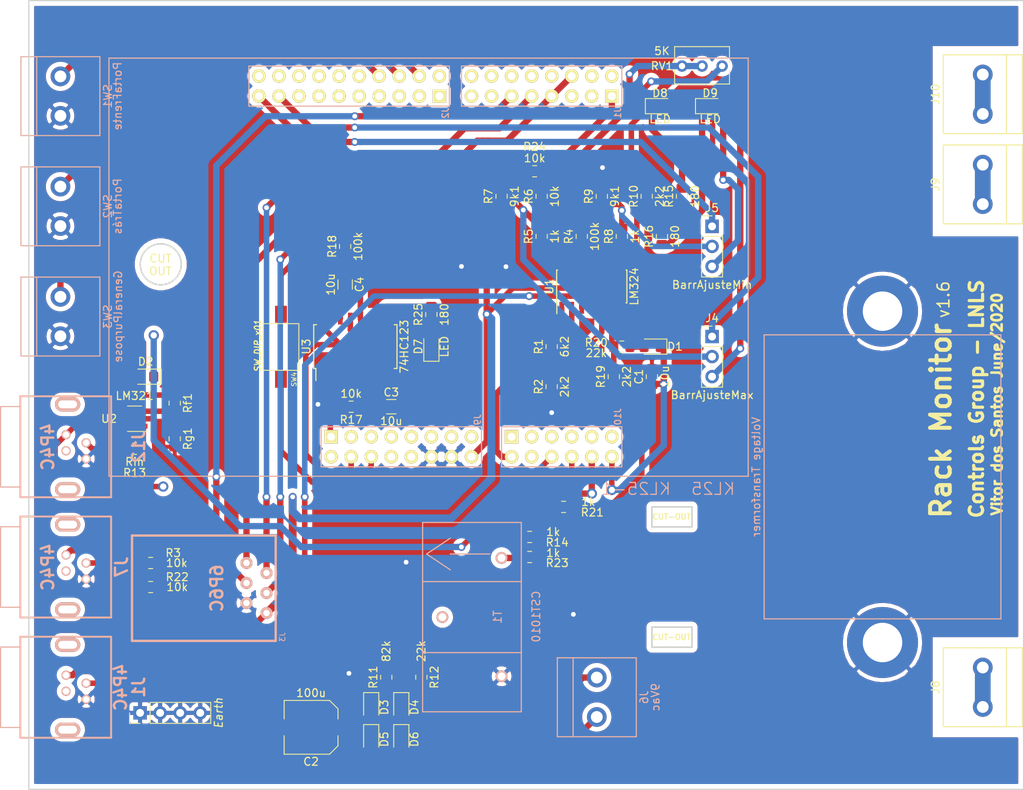
<source format=kicad_pcb>
(kicad_pcb (version 20171130) (host pcbnew 5.0.2-bee76a0~70~ubuntu18.04.1)
  (title_block (title "Project - VRMS") (date 2019-09-13) (rev v0.3) (company "Laboratorio Nacional de Luz Sincroton - LNLS") (comment 1 "Grupo CONS") (comment 2 "Vitor dos Santos") (comment 4 "Controls Group racks monitoring system"))
  (layers (0 F.Cu signal) (31 B.Cu signal) (34 B.Paste user hide) (35 F.Paste user hide) (36 B.SilkS user) (37 F.SilkS user) (38 B.Mask user) (39 F.Mask user) (44 Edge.Cuts user))
  (net 0 "")
  (net 1 +5V)
  (net 2 Earth)
  (net 3 "Net-(R1-Pad1)")
  (net 4 "Net-(KL25-1-PadB11)")
  (net 5 "Net-(KL25-1-PadB9)")
  (net 6 "Net-(KL25-1-PadB7)")
  (net 7 "Net-(KL25-1-PadB5)")
  (net 8 "Net-(KL25-1-PadB3)")
  (net 9 "Net-(KL25-1-PadB1)")
  (net 10 "Net-(KL25-1-PadA13)")
  (net 11 "Net-(KL25-1-PadA11)")
  (net 12 "Net-(KL25-1-PadA9)")
  (net 13 "Net-(KL25-1-PadA7)")
  (net 14 "Net-(KL25-1-PadA5)")
  (net 15 "Net-(KL25-1-PadA3)")
  (net 16 "Net-(KL25-1-PadA2)")
  (net 17 "Net-(T1-Pad2)")
  (net 18 /TensaoRede)
  (net 19 "Net-(KL25-1-PadC3)")
  (net 20 "Net-(KL25-1-PadC5)")
  (net 21 "Net-(KL25-1-PadC7)")
  (net 22 "Net-(KL25-1-PadC9)")
  (net 23 "Net-(KL25-1-PadC11)")
  (net 24 "Net-(KL25-1-PadC13)")
  (net 25 "Net-(KL25-1-PadC15)")
  (net 26 "Net-(KL25-1-PadD2)")
  (net 27 "Net-(KL25-1-PadD4)")
  (net 28 "Net-(KL25-1-PadD8)")
  (net 29 "Net-(KL25-1-PadD10)")
  (net 30 "Net-(KL25-1-PadD12)")
  (net 31 "Net-(KL25-1-PadD14)")
  (net 32 "Net-(KL25-1-PadD16)")
  (net 33 "Net-(KL25-1-PadC2)")
  (net 34 "Net-(KL25-1-PadC10)")
  (net 35 "Net-(KL25-1-PadC12)")
  (net 36 "Net-(KL25-1-PadC14)")
  (net 37 "Net-(KL25-1-PadC16)")
  (net 38 "Net-(KL25-1-PadC18)")
  (net 39 "Net-(KL25-1-PadC20)")
  (net 40 /CorrenteAnalog)
  (net 41 /MOSI)
  (net 42 /CLK)
  (net 43 /MISO)
  (net 44 /CS)
  (net 45 /CorrenteMax)
  (net 46 /CorrenteMin)
  (net 47 "Net-(KL25-1-PadB4)")
  (net 48 "Net-(KL25-1-PadA10)")
  (net 49 "Net-(R10-Pad1)")
  (net 50 "Net-(KL25-1-PadC1)")
  (net 51 "Net-(KL25-1-PadD15)")
  (net 52 "Net-(KL25-1-PadD13)")
  (net 53 "Net-(KL25-1-PadD5)")
  (net 54 "Net-(D9-Pad1)")
  (net 55 "Net-(D8-Pad1)")
  (net 56 /TempLM35)
  (net 57 "Net-(D8-Pad2)")
  (net 58 "Net-(D9-Pad2)")
  (net 59 /MaxCorrente)
  (net 60 /MinCorrente)
  (net 61 /DHT)
  (net 62 /PortaFrente)
  (net 63 /PortaTrás)
  (net 64 "Net-(KL25-1-PadD3)")
  (net 65 "Net-(J1-Pad2)")
  (net 66 "Net-(D3-Pad2)")
  (net 67 "Net-(D4-Pad2)")
  (net 68 "Net-(R14-Pad2)")
  (net 69 "Net-(R21-Pad1)")
  (net 70 "Net-(R24-Pad1)")
  (net 71 "Net-(D1-Pad2)")
  (net 72 "Net-(J1-Pad3)")
  (net 73 "Net-(J7-Pad3)")
  (net 74 "Net-(C2-Pad1)")
  (net 75 "Net-(J12-Pad2)")
  (net 76 "Net-(R13-Pad2)")
  (net 77 "Net-(D2-Pad2)")
  (net 78 "Net-(J12-Pad3)")
  (net 79 "Net-(Rf1-Pad2)")
  (net 80 /GPIO)
  (net 81 /GeneralAnalog)
  (net 82 "Net-(C4-Pad1)")
  (net 83 +3V3)
  (net 84 "Net-(C3-Pad1)")
  (net 85 /RESET)
  (net 86 /RCONTROL)
  (net 87 "Net-(C4-Pad2)")
  (net 88 "Net-(C3-Pad2)")
  (net 89 "Net-(U3-Pad4)")
  (net 90 "Net-(U3-Pad13)")
  (net 91 "Net-(KL25-1-PadA15)")
  (net 92 /enable)
  (net 93 "Net-(KL25-1-PadA8)")
  (net 94 "Net-(D7-Pad2)")
  (net 95 "Net-(D7-Pad1)")
  (net 96 "Net-(R19-Pad2)")
  (net 97 "Net-(R5-Pad1)")
  (net 98 "Net-(R8-Pad1)")
  (module Controle:KL25Z (layer F.Cu) (at 104.14 59.69)
    (fp_text reference KL25-1 (at 32.258 28.194) (layer B.SilkS) (effects (font (size 1.5 1.5)) (justify mirror)))
    (fp_text value KL25 (at 42.037 28.194) (layer B.SilkS) (effects (font (size 1.5 1.5)) (justify mirror)))
    (fp_text user J9 (at 12.192 19.431 90) (layer B.SilkS) (effects (font (size 0.8 0.8)) (justify mirror)))
    (fp_text user J10 (at 29.972 19.05 90) (layer B.SilkS) (effects (font (size 0.8 0.8)) (justify mirror)))
    (fp_text user J2 (at 8.128 -19.431 90) (layer B.SilkS) (effects (font (size 0.8 0.8)) (justify mirror)))
    (fp_text user J1 (at 29.972 -19.431 90) (layer B.SilkS) (effects (font (size 0.8 0.8)) (justify mirror)))
    (pad A4 thru_hole circle (at -3.81 24.13) (size 1.7 1.7) (drill 1) (layers *.Cu *.Mask F.SilkS) (net 83 +3V3))
    (pad C20 thru_hole circle (at -15.494 -24.13) (size 1.7 1.7) (drill 1) (layers *.Cu *.Mask F.SilkS) (net 39 "Net-(KL25-1-PadC20)"))
    (pad C18 thru_hole circle (at -12.954 -24.13) (size 1.7 1.7) (drill 1) (layers *.Cu *.Mask F.SilkS) (net 38 "Net-(KL25-1-PadC18)"))
    (pad C16 thru_hole circle (at -10.414 -24.13) (size 1.7 1.7) (drill 1) (layers *.Cu *.Mask F.SilkS) (net 37 "Net-(KL25-1-PadC16)"))
    (pad C14 thru_hole circle (at -7.874 -24.13) (size 1.7 1.7) (drill 1) (layers *.Cu *.Mask F.SilkS) (net 36 "Net-(KL25-1-PadC14)"))
    (pad C12 thru_hole circle (at -5.334 -24.13) (size 1.7 1.7) (drill 1) (layers *.Cu *.Mask F.SilkS) (net 35 "Net-(KL25-1-PadC12)"))
    (pad C10 thru_hole circle (at -2.794 -24.13) (size 1.7 1.7) (drill 1) (layers *.Cu *.Mask F.SilkS) (net 34 "Net-(KL25-1-PadC10)"))
    (pad C8 thru_hole circle (at -0.254 -24.13) (size 1.7 1.7) (drill 1) (layers *.Cu *.Mask F.SilkS) (net 80 /GPIO))
    (pad C6 thru_hole circle (at 2.286 -24.13) (size 1.7 1.7) (drill 1) (layers *.Cu *.Mask F.SilkS) (net 63 /PortaTrás))
    (pad C4 thru_hole circle (at 4.826 -24.13) (size 1.7 1.7) (drill 1) (layers *.Cu *.Mask F.SilkS) (net 62 /PortaFrente))
    (pad C2 thru_hole circle (at 7.366 -24.13) (size 1.7 1.7) (drill 1) (layers *.Cu *.Mask F.SilkS) (net 33 "Net-(KL25-1-PadC2)"))
    (pad D16 thru_hole circle (at 11.43 -24.13) (size 1.7 1.7) (drill 1) (layers *.Cu *.Mask F.SilkS) (net 32 "Net-(KL25-1-PadD16)"))
    (pad D14 thru_hole circle (at 13.97 -24.13) (size 1.7 1.7) (drill 1) (layers *.Cu *.Mask F.SilkS) (net 31 "Net-(KL25-1-PadD14)"))
    (pad D12 thru_hole circle (at 16.51 -24.13) (size 1.7 1.7) (drill 1) (layers *.Cu *.Mask F.SilkS) (net 30 "Net-(KL25-1-PadD12)"))
    (pad D10 thru_hole circle (at 19.05 -24.13) (size 1.7 1.7) (drill 1) (layers *.Cu *.Mask F.SilkS) (net 29 "Net-(KL25-1-PadD10)"))
    (pad D8 thru_hole circle (at 21.59 -24.13) (size 1.7 1.7) (drill 1) (layers *.Cu *.Mask F.SilkS) (net 28 "Net-(KL25-1-PadD8)"))
    (pad D6 thru_hole circle (at 24.13 -24.13) (size 1.7 1.7) (drill 1) (layers *.Cu *.Mask F.SilkS) (net 44 /CS))
    (pad D4 thru_hole circle (at 26.67 -24.13) (size 1.7 1.7) (drill 1) (layers *.Cu *.Mask F.SilkS) (net 27 "Net-(KL25-1-PadD4)"))
    (pad D2 thru_hole circle (at 29.21 -24.13) (size 1.7 1.7) (drill 1) (layers *.Cu *.Mask F.SilkS) (net 26 "Net-(KL25-1-PadD2)"))
    (pad B12 thru_hole circle (at 29.21 24.13) (size 1.7 1.7) (drill 1) (layers *.Cu *.Mask F.SilkS) (net 40 /CorrenteAnalog))
    (pad B10 thru_hole circle (at 26.67 24.13) (size 1.7 1.7) (drill 1) (layers *.Cu *.Mask F.SilkS) (net 18 /TensaoRede))
    (pad B8 thru_hole circle (at 24.13 24.13) (size 1.7 1.7) (drill 1) (layers *.Cu *.Mask F.SilkS) (net 61 /DHT))
    (pad B6 thru_hole circle (at 21.59 24.13) (size 1.7 1.7) (drill 1) (layers *.Cu *.Mask F.SilkS) (net 81 /GeneralAnalog))
    (pad B4 thru_hole circle (at 19.05 24.13) (size 1.7 1.7) (drill 1) (layers *.Cu *.Mask F.SilkS) (net 47 "Net-(KL25-1-PadB4)"))
    (pad B2 thru_hole circle (at 16.51 24.13) (size 1.7 1.7) (drill 1) (layers *.Cu *.Mask F.SilkS) (net 56 /TempLM35))
    (pad A16 thru_hole circle (at 11.43 24.13) (size 1.7 1.7) (drill 1) (layers *.Cu *.Mask F.SilkS) (net 1 +5V))
    (pad A14 thru_hole circle (at 8.89 24.13) (size 1.7 1.7) (drill 1) (layers *.Cu *.Mask F.SilkS) (net 2 Earth))
    (pad A12 thru_hole circle (at 6.35 24.13) (size 1.7 1.7) (drill 1) (layers *.Cu *.Mask F.SilkS) (net 2 Earth))
    (pad A10 thru_hole circle (at 3.81 24.13) (size 1.7 1.7) (drill 1) (layers *.Cu *.Mask F.SilkS) (net 48 "Net-(KL25-1-PadA10)"))
    (pad A8 thru_hole circle (at 1.27 24.13) (size 1.7 1.7) (drill 1) (layers *.Cu *.Mask F.SilkS) (net 93 "Net-(KL25-1-PadA8)"))
    (pad A6 thru_hole circle (at -1.27 24.13) (size 1.7 1.7) (drill 1) (layers *.Cu *.Mask F.SilkS) (net 85 /RESET))
    (pad A2 thru_hole circle (at -6.35 24.13) (size 1.7 1.7) (drill 1) (layers *.Cu *.Mask F.SilkS) (net 16 "Net-(KL25-1-PadA2)"))
    (pad C19 thru_hole circle (at -15.494 -21.59) (size 1.7 1.7) (drill 1) (layers *.Cu *.Mask F.SilkS) (net 60 /MinCorrente))
    (pad C17 thru_hole circle (at -12.954 -21.59) (size 1.7 1.7) (drill 1) (layers *.Cu *.Mask F.SilkS) (net 59 /MaxCorrente))
    (pad C15 thru_hole circle (at -10.414 -21.59) (size 1.7 1.7) (drill 1) (layers *.Cu *.Mask F.SilkS) (net 25 "Net-(KL25-1-PadC15)"))
    (pad C13 thru_hole circle (at -7.874 -21.59) (size 1.7 1.7) (drill 1) (layers *.Cu *.Mask F.SilkS) (net 24 "Net-(KL25-1-PadC13)"))
    (pad C11 thru_hole circle (at -5.334 -21.59) (size 1.7 1.7) (drill 1) (layers *.Cu *.Mask F.SilkS) (net 23 "Net-(KL25-1-PadC11)"))
    (pad C9 thru_hole circle (at -2.794 -21.59) (size 1.7 1.7) (drill 1) (layers *.Cu *.Mask F.SilkS) (net 22 "Net-(KL25-1-PadC9)"))
    (pad C7 thru_hole circle (at -0.254 -21.59) (size 1.7 1.7) (drill 1) (layers *.Cu *.Mask F.SilkS) (net 21 "Net-(KL25-1-PadC7)"))
    (pad C5 thru_hole circle (at 2.286 -21.59) (size 1.7 1.7) (drill 1) (layers *.Cu *.Mask F.SilkS) (net 20 "Net-(KL25-1-PadC5)"))
    (pad C3 thru_hole circle (at 4.826 -21.59) (size 1.7 1.7) (drill 1) (layers *.Cu *.Mask F.SilkS) (net 19 "Net-(KL25-1-PadC3)"))
    (pad C1 thru_hole rect (at 7.366 -21.59) (size 1.7 1.7) (drill 1) (layers *.Cu *.Mask F.SilkS) (net 50 "Net-(KL25-1-PadC1)"))
    (pad D15 thru_hole circle (at 11.43 -21.59) (size 1.7 1.7) (drill 1) (layers *.Cu *.Mask F.SilkS) (net 51 "Net-(KL25-1-PadD15)"))
    (pad D13 thru_hole circle (at 13.97 -21.59) (size 1.7 1.7) (drill 1) (layers *.Cu *.Mask F.SilkS) (net 52 "Net-(KL25-1-PadD13)"))
    (pad D11 thru_hole circle (at 16.51 -21.59) (size 1.7 1.7) (drill 1) (layers *.Cu *.Mask F.SilkS) (net 43 /MISO))
    (pad D9 thru_hole circle (at 19.05 -21.59) (size 1.7 1.7) (drill 1) (layers *.Cu *.Mask F.SilkS) (net 42 /CLK))
    (pad D7 thru_hole circle (at 21.59 -21.59) (size 1.7 1.7) (drill 1) (layers *.Cu *.Mask F.SilkS) (net 44 /CS))
    (pad D5 thru_hole circle (at 24.13 -21.59) (size 1.7 1.7) (drill 1) (layers *.Cu *.Mask F.SilkS) (net 53 "Net-(KL25-1-PadD5)"))
    (pad D3 thru_hole circle (at 26.67 -21.59) (size 1.7 1.7) (drill 1) (layers *.Cu *.Mask F.SilkS) (net 64 "Net-(KL25-1-PadD3)"))
    (pad D1 thru_hole rect (at 29.21 -21.59) (size 1.7 1.7) (drill 1) (layers *.Cu *.Mask F.SilkS) (net 41 /MOSI))
    (pad A1 thru_hole rect (at -6.35 21.59) (size 1.7 1.7) (drill 1) (layers *.Cu *.Mask F.SilkS) (net 86 /RCONTROL))
    (pad A3 thru_hole circle (at -3.81 21.59) (size 1.7 1.7) (drill 1) (layers *.Cu *.Mask F.SilkS) (net 15 "Net-(KL25-1-PadA3)"))
    (pad A5 thru_hole circle (at -1.27 21.59) (size 1.7 1.7) (drill 1) (layers *.Cu *.Mask F.SilkS) (net 14 "Net-(KL25-1-PadA5)"))
    (pad A7 thru_hole circle (at 1.27 21.59) (size 1.7 1.7) (drill 1) (layers *.Cu *.Mask F.SilkS) (net 13 "Net-(KL25-1-PadA7)"))
    (pad A9 thru_hole circle (at 3.81 21.59) (size 1.7 1.7) (drill 1) (layers *.Cu *.Mask F.SilkS) (net 12 "Net-(KL25-1-PadA9)"))
    (pad A11 thru_hole circle (at 6.35 21.59) (size 1.7 1.7) (drill 1) (layers *.Cu *.Mask F.SilkS) (net 11 "Net-(KL25-1-PadA11)"))
    (pad A13 thru_hole circle (at 8.89 21.59) (size 1.7 1.7) (drill 1) (layers *.Cu *.Mask F.SilkS) (net 10 "Net-(KL25-1-PadA13)"))
    (pad A15 thru_hole circle (at 11.43 21.59) (size 1.7 1.7) (drill 1) (layers *.Cu *.Mask F.SilkS) (net 91 "Net-(KL25-1-PadA15)"))
    (pad B1 thru_hole rect (at 16.51 21.59) (size 1.7 1.7) (drill 1) (layers *.Cu *.Mask F.SilkS) (net 9 "Net-(KL25-1-PadB1)"))
    (pad B3 thru_hole circle (at 19.05 21.59) (size 1.7 1.7) (drill 1) (layers *.Cu *.Mask F.SilkS) (net 8 "Net-(KL25-1-PadB3)"))
    (pad B5 thru_hole circle (at 21.59 21.59) (size 1.7 1.7) (drill 1) (layers *.Cu *.Mask F.SilkS) (net 7 "Net-(KL25-1-PadB5)"))
    (pad B7 thru_hole circle (at 24.13 21.59) (size 1.7 1.7) (drill 1) (layers *.Cu *.Mask F.SilkS) (net 6 "Net-(KL25-1-PadB7)"))
    (pad B9 thru_hole circle (at 26.67 21.59) (size 1.7 1.7) (drill 1) (layers *.Cu *.Mask F.SilkS) (net 5 "Net-(KL25-1-PadB9)"))
    (pad B11 thru_hole circle (at 29.21 21.59) (size 1.7 1.7) (drill 1) (layers *.Cu *.Mask F.SilkS) (net 4 "Net-(KL25-1-PadB11)"))
  )
  (module Diode_SMD:D_0805_2012Metric_Pad1.15x1.40mm_HandSolder (layer F.Cu) (at 110.49 69.85 90)
    (fp_text reference D7 (at 0 -1.65 90) (layer F.SilkS))
    (fp_text value LED (at 0 1.65 90) (layer F.SilkS))
    (pad 1 smd roundrect (at -1.025 0 90) (size 1.15 1.4) (layers F.Cu F.Paste F.Mask) (roundrect_rratio 0.217391) (net 95 "Net-(D7-Pad1)"))
    (pad 2 smd roundrect (at 1.025 0 90) (size 1.15 1.4) (layers F.Cu F.Paste F.Mask) (roundrect_rratio 0.217391) (net 94 "Net-(D7-Pad2)"))
  )
  (module Resistor_SMD:R_0805_2012Metric_Pad1.15x1.40mm_HandSolder (layer F.Cu) (at 110.49 65.786 90)
    (fp_text reference R25 (at 0 -1.65 90) (layer F.SilkS))
    (fp_text value 180 (at 0 1.65 90) (layer F.SilkS))
    (pad 1 smd roundrect (at -1.025 0 90) (size 1.15 1.4) (layers F.Cu F.Paste F.Mask) (roundrect_rratio 0.217391) (net 94 "Net-(D7-Pad2)"))
    (pad 2 smd roundrect (at 1.025 0 90) (size 1.15 1.4) (layers F.Cu F.Paste F.Mask) (roundrect_rratio 0.217391) (net 83 +3V3))
  )
  (module Controle:DIPSwitchSMD_1pos (layer F.Cu) (at 91.44 65.7479)
    (fp_text reference SW4 (at 1.651 8.255 90) (layer F.SilkS) (effects (font (size 0.6 0.6) (thickness 0.1))))
    (fp_text value SW_DIP_x01 (at -2.9718 3.9878 90) (layer F.SilkS) (effects (font (size 0.75 0.75) (thickness 0.15) italic)))
    (pad 1 smd rect (at 0 0) (size 1.5 2.15) (layers F.Cu F.Paste F.Mask) (net 92 /enable))
    (pad 2 smd rect (at 0 8.25) (size 1.5 2.15) (layers F.Cu F.Paste F.Mask) (net 85 /RESET))
  )
  (module Capacitor_SMD:C_1206_3216Metric_Pad1.42x1.75mm_HandSolder (layer F.Cu) (at 105.41 77.47)
    (fp_text reference C3 (at 0 -1.82) (layer F.SilkS))
    (fp_text value 10u (at 0 1.82) (layer F.SilkS))
    (pad 2 smd roundrect (at 1.4875 0) (size 1.425 1.75) (layers F.Cu F.Paste F.Mask) (roundrect_rratio 0.175439) (net 88 "Net-(C3-Pad2)"))
    (pad 1 smd roundrect (at -1.4875 0) (size 1.425 1.75) (layers F.Cu F.Paste F.Mask) (roundrect_rratio 0.175439) (net 84 "Net-(C3-Pad1)"))
  )
  (module Capacitor_SMD:C_1206_3216Metric_Pad1.42x1.75mm_HandSolder (layer F.Cu) (at 99.568 61.976 270)
    (fp_text reference C4 (at 0 -1.82 270) (layer F.SilkS))
    (fp_text value 10u (at 0 1.82 270) (layer F.SilkS))
    (pad 1 smd roundrect (at -1.4875 0 270) (size 1.425 1.75) (layers F.Cu F.Paste F.Mask) (roundrect_rratio 0.175439) (net 82 "Net-(C4-Pad1)"))
    (pad 2 smd roundrect (at 1.4875 0 270) (size 1.425 1.75) (layers F.Cu F.Paste F.Mask) (roundrect_rratio 0.175439) (net 87 "Net-(C4-Pad2)"))
  )
  (module Package_SO:SOIC-16W_5.3x10.2mm_P1.27mm (layer F.Cu) (at 100.86 69.85 90)
    (fp_text reference U3 (at 0 -6.2 90) (layer F.SilkS))
    (fp_text value 74HC123 (at 0 6.2 90) (layer F.SilkS))
    (pad 1 smd rect (at -3.55 -4.445 90) (size 1.5 0.6) (layers F.Cu F.Paste F.Mask) (net 2 Earth))
    (pad 2 smd rect (at -3.55 -3.175 90) (size 1.5 0.6) (layers F.Cu F.Paste F.Mask) (net 86 /RCONTROL))
    (pad 3 smd rect (at -3.55 -1.905 90) (size 1.5 0.6) (layers F.Cu F.Paste F.Mask) (net 83 +3V3))
    (pad 4 smd rect (at -3.55 -0.635 90) (size 1.5 0.6) (layers F.Cu F.Paste F.Mask) (net 89 "Net-(U3-Pad4)"))
    (pad 5 smd rect (at -3.55 0.635 90) (size 1.5 0.6) (layers F.Cu F.Paste F.Mask) (net 95 "Net-(D7-Pad1)"))
    (pad 6 smd rect (at -3.55 1.905 90) (size 1.5 0.6) (layers F.Cu F.Paste F.Mask) (net 88 "Net-(C3-Pad2)"))
    (pad 7 smd rect (at -3.55 3.175 90) (size 1.5 0.6) (layers F.Cu F.Paste F.Mask) (net 84 "Net-(C3-Pad1)"))
    (pad 8 smd rect (at -3.55 4.445 90) (size 1.5 0.6) (layers F.Cu F.Paste F.Mask) (net 2 Earth))
    (pad 9 smd rect (at 3.55 4.445 90) (size 1.5 0.6) (layers F.Cu F.Paste F.Mask) (net 90 "Net-(U3-Pad13)"))
    (pad 10 smd rect (at 3.55 3.175 90) (size 1.5 0.6) (layers F.Cu F.Paste F.Mask) (net 83 +3V3))
    (pad 11 smd rect (at 3.55 1.905 90) (size 1.5 0.6) (layers F.Cu F.Paste F.Mask) (net 83 +3V3))
    (pad 12 smd rect (at 3.55 0.635 90) (size 1.5 0.6) (layers F.Cu F.Paste F.Mask) (net 92 /enable))
    (pad 13 smd rect (at 3.55 -0.635 90) (size 1.5 0.6) (layers F.Cu F.Paste F.Mask) (net 90 "Net-(U3-Pad13)"))
    (pad 14 smd rect (at 3.55 -1.905 90) (size 1.5 0.6) (layers F.Cu F.Paste F.Mask) (net 87 "Net-(C4-Pad2)"))
    (pad 15 smd rect (at 3.55 -3.175 90) (size 1.5 0.6) (layers F.Cu F.Paste F.Mask) (net 82 "Net-(C4-Pad1)"))
    (pad 16 smd rect (at 3.55 -4.445 90) (size 1.5 0.6) (layers F.Cu F.Paste F.Mask) (net 83 +3V3))
  )
  (module Resistor_SMD:R_0805_2012Metric_Pad1.15x1.40mm_HandSolder (layer F.Cu) (at 100.33 77.47 180)
    (fp_text reference R17 (at 0 -1.65 180) (layer F.SilkS))
    (fp_text value 10k (at 0 1.65 180) (layer F.SilkS))
    (pad 2 smd roundrect (at 1.025 0 180) (size 1.15 1.4) (layers F.Cu F.Paste F.Mask) (roundrect_rratio 0.217391) (net 83 +3V3))
    (pad 1 smd roundrect (at -1.025 0 180) (size 1.15 1.4) (layers F.Cu F.Paste F.Mask) (roundrect_rratio 0.217391) (net 84 "Net-(C3-Pad1)"))
  )
  (module Resistor_SMD:R_0805_2012Metric_Pad1.15x1.40mm_HandSolder (layer F.Cu) (at 99.568 57.15 90)
    (fp_text reference R18 (at 0 -1.65 90) (layer F.SilkS))
    (fp_text value 100k (at 0 1.65 90) (layer F.SilkS))
    (pad 1 smd roundrect (at -1.025 0 90) (size 1.15 1.4) (layers F.Cu F.Paste F.Mask) (roundrect_rratio 0.217391) (net 82 "Net-(C4-Pad1)"))
    (pad 2 smd roundrect (at 1.025 0 90) (size 1.15 1.4) (layers F.Cu F.Paste F.Mask) (roundrect_rratio 0.217391) (net 83 +3V3))
  )
  (module "Controle:Borne KRE" (layer B.Cu) (at 63.5 66.04 90)
    (fp_text reference SW3 (at 0 6 90) (layer B.SilkS) (effects (justify mirror)))
    (fp_text value GeneralPurpose (at 0 7.3025 90) (layer B.SilkS) (effects (justify mirror)))
    (pad 2 thru_hole circle (at 2.5 0 90) (size 2.5 2.5) (drill 1.5) (layers *.Cu *.Mask) (net 80 /GPIO))
    (pad 1 thru_hole circle (at -2.5 0 90) (size 2.5 2.5) (drill 1.5) (layers *.Cu *.Mask) (net 2 Earth))
  )
  (module Resistor_SMD:R_0805_2012Metric_Pad1.15x1.40mm_HandSolder (layer F.Cu) (at 77.978 77.01904 270)
    (fp_text reference Rf1 (at 0 -1.65 270) (layer F.SilkS))
    (fp_text value - hide)
    (pad 2 smd roundrect (at 1.025 0 270) (size 1.15 1.4) (layers F.Cu F.Paste F.Mask) (roundrect_rratio 0.217391) (net 79 "Net-(Rf1-Pad2)"))
    (pad 1 smd roundrect (at -1.025 0 270) (size 1.15 1.4) (layers F.Cu F.Paste F.Mask) (roundrect_rratio 0.217391) (net 77 "Net-(D2-Pad2)"))
  )
  (module Resistor_SMD:R_0805_2012Metric_Pad1.15x1.40mm_HandSolder (layer F.Cu) (at 77.978 81.534 270)
    (fp_text reference Rg1 (at 0 -1.65 270) (layer F.SilkS))
    (fp_text value - hide)
    (pad 1 smd roundrect (at -1.025 0 270) (size 1.15 1.4) (layers F.Cu F.Paste F.Mask) (roundrect_rratio 0.217391) (net 79 "Net-(Rf1-Pad2)"))
    (pad 2 smd roundrect (at 1.025 0 270) (size 1.15 1.4) (layers F.Cu F.Paste F.Mask) (roundrect_rratio 0.217391) (net 2 Earth))
  )
  (module Controle:RJ11-4P4C-HIROSE_2 (layer B.Cu) (at 58.42 82.55 90)
    (fp_text reference J12 (at 0 14.99 90) (layer B.SilkS) (effects (font (size 1.524 1.524) (thickness 0.3048)) (justify mirror)))
    (fp_text value 4P4C (at 0 3.49 90) (layer B.SilkS) (effects (font (size 1.524 1.524) (thickness 0.3048)) (justify mirror)))
    (pad 2 thru_hole circle (at 0.51 8.34 90) (size 1.16 1.16) (drill 0.8) (layers *.Cu *.Mask B.SilkS) (net 75 "Net-(J12-Pad2)"))
    (pad 4 thru_hole circle (at -1.53 8.34 90) (size 1.16 1.16) (drill 0.8) (layers *.Cu *.Mask B.SilkS) (net 2 Earth))
    (pad 3 thru_hole circle (at -0.51 5.79 90) (size 1.16 1.16) (drill 0.8) (layers *.Cu *.Mask B.SilkS) (net 78 "Net-(J12-Pad3)"))
    (pad 1 thru_hole circle (at 1.53 5.79 90) (size 1.16 1.16) (drill 0.8) (layers *.Cu *.Mask B.SilkS) (net 1 +5V))
    (pad 8 thru_hole oval (at 5.38 5.99 90) (size 1.8 3.2) (drill oval 1 2.4) (layers *.Cu *.Mask B.SilkS))
    (pad 7 thru_hole oval (at -5.38 5.99 90) (size 1.8 3.2) (drill oval 1 2.4) (layers *.Cu *.Mask B.SilkS))
  )
  (module Diode_SMD:D_0805_2012Metric_Pad1.15x1.40mm_HandSolder (layer F.Cu) (at 74.295 73.66 180)
    (fp_text reference D2 (at 0 1.905 180) (layer F.SilkS))
    (fp_text value D hide)
    (pad 1 smd roundrect (at -1.025 0 180) (size 1.15 1.4) (layers F.Cu F.Paste F.Mask) (roundrect_rratio 0.217391) (net 81 /GeneralAnalog))
    (pad 2 smd roundrect (at 1.025 0 180) (size 1.15 1.4) (layers F.Cu F.Paste F.Mask) (roundrect_rratio 0.217391) (net 77 "Net-(D2-Pad2)"))
  )
  (module Package_TO_SOT_SMD:SOT-23-5 (layer F.Cu) (at 72.898 78.994 180)
    (fp_text reference U2 (at 3.2385 0 180) (layer F.SilkS))
    (fp_text value LM321 (at 0 2.9 180) (layer F.SilkS))
    (pad 1 smd rect (at -1.1 -0.95 180) (size 1.06 0.65) (layers F.Cu F.Paste F.Mask) (net 76 "Net-(R13-Pad2)"))
    (pad 2 smd rect (at -1.1 0 180) (size 1.06 0.65) (layers F.Cu F.Paste F.Mask) (net 2 Earth))
    (pad 3 smd rect (at -1.1 0.95 180) (size 1.06 0.65) (layers F.Cu F.Paste F.Mask) (net 79 "Net-(Rf1-Pad2)"))
    (pad 4 smd rect (at 1.1 0.95 180) (size 1.06 0.65) (layers F.Cu F.Paste F.Mask) (net 77 "Net-(D2-Pad2)"))
    (pad 5 smd rect (at 1.1 -0.95 180) (size 1.06 0.65) (layers F.Cu F.Paste F.Mask) (net 1 +5V))
  )
  (module Resistor_SMD:R_0805_2012Metric_Pad1.15x1.40mm_HandSolder (layer F.Cu) (at 72.898 82.804)
    (fp_text reference R13 (at 0 3.048) (layer F.SilkS))
    (fp_text value Rin (at 0 1.65) (layer F.SilkS))
    (pad 1 smd roundrect (at -1.025 0) (size 1.15 1.4) (layers F.Cu F.Paste F.Mask) (roundrect_rratio 0.217391) (net 75 "Net-(J12-Pad2)"))
    (pad 2 smd roundrect (at 1.025 0) (size 1.15 1.4) (layers F.Cu F.Paste F.Mask) (roundrect_rratio 0.217391) (net 76 "Net-(R13-Pad2)"))
  )
  (module "Controle:Borne KRE" (layer F.Cu) (at 180.34 113.03 90)
    (fp_text reference J8 (at 0 -6 90) (layer F.SilkS))
    (fp_text value TrafoTensão hide)
    (pad 1 thru_hole circle (at -2.5 0 90) (size 2.5 2.5) (drill 1.5) (layers *.Cu *.Mask))
    (pad 2 thru_hole circle (at 2.5 0 90) (size 2.5 2.5) (drill 1.5) (layers *.Cu *.Mask))
  )
  (module Capacitor_SMD:C_Elec_6.3x7.7 (layer F.Cu) (at 95.25 118.11 180)
    (fp_text reference C2 (at 0 -4.35 180) (layer F.SilkS))
    (fp_text value 100u (at 0 4.35 180) (layer F.SilkS))
    (pad 1 smd roundrect (at -2.5375 0 180) (size 3.325 1.6) (layers F.Cu F.Paste F.Mask) (roundrect_rratio 0.15625) (net 74 "Net-(C2-Pad1)"))
    (pad 2 smd roundrect (at 2.5375 0 180) (size 3.325 1.6) (layers F.Cu F.Paste F.Mask) (roundrect_rratio 0.15625) (net 2 Earth))
  )
  (module Controle:RJ11-4P4C-HIROSE_2 (layer B.Cu) (at 58.42 97.79 90)
    (fp_text reference J7 (at 0 12.827 90) (layer B.SilkS) (effects (font (size 1.524 1.524) (thickness 0.3048)) (justify mirror)))
    (fp_text value 4P4C (at 0 3.49 90) (layer B.SilkS) (effects (font (size 1.524 1.524) (thickness 0.3048)) (justify mirror)))
    (pad 2 thru_hole circle (at 0.51 8.34 90) (size 1.16 1.16) (drill 0.8) (layers *.Cu *.Mask B.SilkS) (net 61 /DHT))
    (pad 4 thru_hole circle (at -1.53 8.34 90) (size 1.16 1.16) (drill 0.8) (layers *.Cu *.Mask B.SilkS) (net 2 Earth))
    (pad 3 thru_hole circle (at -0.51 5.79 90) (size 1.16 1.16) (drill 0.8) (layers *.Cu *.Mask B.SilkS) (net 73 "Net-(J7-Pad3)"))
    (pad 1 thru_hole circle (at 1.53 5.79 90) (size 1.16 1.16) (drill 0.8) (layers *.Cu *.Mask B.SilkS) (net 1 +5V))
    (pad 8 thru_hole oval (at 5.38 5.99 90) (size 1.8 3.2) (drill oval 1 2.4) (layers *.Cu *.Mask B.SilkS))
    (pad 7 thru_hole oval (at -5.38 5.99 90) (size 1.8 3.2) (drill oval 1 2.4) (layers *.Cu *.Mask B.SilkS))
  )
  (module Controle:RJ11-4P4C-HIROSE_2 (layer B.Cu) (at 58.42 113.03 90)
    (fp_text reference J1 (at 0 14.99 90) (layer B.SilkS) (effects (font (size 1.524 1.524) (thickness 0.3048)) (justify mirror)))
    (fp_text value 4P4C (at 0 12.7 90) (layer B.SilkS) (effects (font (size 1.524 1.524) (thickness 0.3048)) (justify mirror)))
    (pad 7 thru_hole oval (at -5.38 5.99 90) (size 1.8 3.2) (drill oval 1 2.4) (layers *.Cu *.Mask B.SilkS))
    (pad 8 thru_hole oval (at 5.38 5.99 90) (size 1.8 3.2) (drill oval 1 2.4) (layers *.Cu *.Mask B.SilkS))
    (pad 1 thru_hole circle (at 1.53 5.79 90) (size 1.16 1.16) (drill 0.8) (layers *.Cu *.Mask B.SilkS) (net 1 +5V))
    (pad 3 thru_hole circle (at -0.51 5.79 90) (size 1.16 1.16) (drill 0.8) (layers *.Cu *.Mask B.SilkS) (net 72 "Net-(J1-Pad3)"))
    (pad 4 thru_hole circle (at -1.53 8.34 90) (size 1.16 1.16) (drill 0.8) (layers *.Cu *.Mask B.SilkS) (net 2 Earth))
    (pad 2 thru_hole circle (at 0.51 8.34 90) (size 1.16 1.16) (drill 0.8) (layers *.Cu *.Mask B.SilkS) (net 65 "Net-(J1-Pad2)"))
  )
  (module "Controle:Borne KRE" (layer B.Cu) (at 63.5 52.07 90)
    (fp_text reference SW2 (at 0 6 90) (layer B.SilkS) (effects (justify mirror)))
    (fp_text value PortaTrás (at 0 7.239 90) (layer B.SilkS) (effects (justify mirror)))
    (pad 1 thru_hole circle (at -2.5 0 90) (size 2.5 2.5) (drill 1.5) (layers *.Cu *.Mask) (net 2 Earth))
    (pad 2 thru_hole circle (at 2.5 0 90) (size 2.5 2.5) (drill 1.5) (layers *.Cu *.Mask) (net 63 /PortaTrás))
  )
  (module "Controle:Borne KRE" (layer B.Cu) (at 63.5 38.1 90)
    (fp_text reference SW1 (at 0 6 90) (layer B.SilkS) (effects (justify mirror)))
    (fp_text value PortaFrente (at 0 7.239 90) (layer B.SilkS) (effects (justify mirror)))
    (pad 1 thru_hole circle (at -2.5 0 90) (size 2.5 2.5) (drill 1.5) (layers *.Cu *.Mask) (net 2 Earth))
    (pad 2 thru_hole circle (at 2.5 0 90) (size 2.5 2.5) (drill 1.5) (layers *.Cu *.Mask) (net 62 /PortaFrente))
  )
  (module "Controle:Borne KRE" (layer B.Cu) (at 131.445 114.3 90)
    (fp_text reference J6 (at 0 6 90) (layer B.SilkS) (effects (justify mirror)))
    (fp_text value 9Vac (at 0 7.4295 90) (layer B.SilkS) (effects (justify mirror)))
    (pad 1 thru_hole circle (at -2.5 0 90) (size 2.5 2.5) (drill 1.5) (layers *.Cu *.Mask) (net 66 "Net-(D3-Pad2)"))
    (pad 2 thru_hole circle (at 2.5 0 90) (size 2.5 2.5) (drill 1.5) (layers *.Cu *.Mask) (net 67 "Net-(D4-Pad2)"))
  )
  (module "Controle:Borne KRE" (layer F.Cu) (at 180.34 37.86 90)
    (fp_text reference J10 (at 0 -6 90) (layer F.SilkS))
    (fp_text value TrafoCorrente hide)
    (pad 1 thru_hole circle (at -2.5 0 90) (size 2.5 2.5) (drill 1.5) (layers *.Cu *.Mask))
    (pad 2 thru_hole circle (at 2.5 0 90) (size 2.5 2.5) (drill 1.5) (layers *.Cu *.Mask))
  )
  (module "Controle:Borne KRE" (layer F.Cu) (at 180.34 49.29 90)
    (fp_text reference J9 (at 0 -6 90) (layer F.SilkS))
    (fp_text value TrafoCorrente hide)
    (pad 1 thru_hole circle (at -2.5 0 90) (size 2.5 2.5) (drill 1.5) (layers *.Cu *.Mask))
    (pad 2 thru_hole circle (at 2.5 0 90) (size 2.5 2.5) (drill 1.5) (layers *.Cu *.Mask))
  )
  (module Diode_SMD:D_0805_2012Metric_Pad1.15x1.40mm_HandSolder (layer F.Cu) (at 138.46 69.85 180)
    (fp_text reference D1 (at -2.891 0 180) (layer F.SilkS))
    (fp_text value D hide)
    (pad 1 smd roundrect (at -1.025 0 180) (size 1.15 1.4) (layers F.Cu F.Paste F.Mask) (roundrect_rratio 0.217391) (net 40 /CorrenteAnalog))
    (pad 2 smd roundrect (at 1.025 0 180) (size 1.15 1.4) (layers F.Cu F.Paste F.Mask) (roundrect_rratio 0.217391) (net 71 "Net-(D1-Pad2)"))
  )
  (module Resistor_SMD:R_0805_2012Metric_Pad1.15x1.40mm_HandSolder (layer F.Cu) (at 123.571 47.625 180)
    (fp_text reference R24 (at 0 3.1115 180) (layer F.SilkS))
    (fp_text value 10k (at 0 1.65 180) (layer F.SilkS))
    (pad 1 smd roundrect (at -1.025 0 180) (size 1.15 1.4) (layers F.Cu F.Paste F.Mask) (roundrect_rratio 0.217391) (net 70 "Net-(R24-Pad1)"))
    (pad 2 smd roundrect (at 1.025 0 180) (size 1.15 1.4) (layers F.Cu F.Paste F.Mask) (roundrect_rratio 0.217391) (net 1 +5V))
  )
  (module "Controle:RJ25(vitor)" (layer B.Cu) (at 85.09 100.48 90)
    (fp_text reference J3 (at -6.1723 6.532 90) (layer B.SilkS) (effects (font (size 0.7 0.7) (thickness 0.1)) (justify mirror)))
    (fp_text value 6P6C (at 0 -1.778 90) (layer B.SilkS) (effects (font (size 1.524 1.524) (thickness 0.3048)) (justify mirror)))
    (pad 2 thru_hole circle (at -1.87452 1.97866 270) (size 1.524 1.524) (drill 0.8128) (layers *.Cu *.Mask B.SilkS) (net 2 Earth))
    (pad 4 thru_hole circle (at 0.66548 1.97866 270) (size 1.524 1.524) (drill 0.8128) (layers *.Cu *.Mask B.SilkS) (net 43 /MISO))
    (pad 6 thru_hole circle (at 3.20548 1.97866 270) (size 1.524 1.524) (drill 0.8128) (layers *.Cu *.Mask B.SilkS) (net 44 /CS))
    (pad 1 thru_hole circle (at -3.14452 4.51866 270) (size 1.524 1.524) (drill 0.8128) (layers *.Cu *.Mask B.SilkS) (net 1 +5V))
    (pad 5 thru_hole circle (at 1.93548 4.51866 270) (size 1.524 1.524) (drill 0.8128) (layers *.Cu *.Mask B.SilkS) (net 42 /CLK))
    (pad 3 thru_hole circle (at -0.60452 4.51866 270) (size 1.524 1.524) (drill 0.8128) (layers *.Cu *.Mask B.SilkS) (net 41 /MOSI))
  )
  (module Controle:TrafoVesteves (layer B.Cu) (at 167.64 86.36 270)
    (fp_text reference TV* hide)
    (fp_text value "Voltage Transformer" (at 0 16.002 270) (layer B.SilkS) (effects (justify mirror)))
    (pad 2 thru_hole circle (at 21 0 270) (size 9 9) (drill 5) (layers *.Cu *.Mask) (net 2 Earth))
    (pad 1 thru_hole circle (at -21 0 270) (size 9 9) (drill 5) (layers *.Cu *.Mask) (net 2 Earth))
  )
  (module Resistor_SMD:R_0805_2012Metric_Pad1.15x1.40mm_HandSolder (layer F.Cu) (at 122.945 96.52 180)
    (fp_text reference R23 (at -3.4835 -0.762 180) (layer F.SilkS))
    (fp_text value 1k (at -2.9755 0.508 180) (layer F.SilkS))
    (pad 1 smd roundrect (at -1.025 0 180) (size 1.15 1.4) (layers F.Cu F.Paste F.Mask) (roundrect_rratio 0.217391) (net 2 Earth))
    (pad 2 smd roundrect (at 1.025 0 180) (size 1.15 1.4) (layers F.Cu F.Paste F.Mask) (roundrect_rratio 0.217391) (net 68 "Net-(R14-Pad2)"))
  )
  (module Resistor_SMD:R_0805_2012Metric_Pad1.15x1.40mm_HandSolder (layer F.Cu) (at 74.93 100.33)
    (fp_text reference R22 (at 3.3655 -1.27) (layer F.SilkS))
    (fp_text value 10k (at 3.3655 0) (layer F.SilkS))
    (pad 1 smd roundrect (at -1.025 0) (size 1.15 1.4) (layers F.Cu F.Paste F.Mask) (roundrect_rratio 0.217391) (net 61 /DHT))
    (pad 2 smd roundrect (at 1.025 0) (size 1.15 1.4) (layers F.Cu F.Paste F.Mask) (roundrect_rratio 0.217391) (net 1 +5V))
  )
  (module Resistor_SMD:R_0805_2012Metric_Pad1.15x1.40mm_HandSolder (layer F.Cu) (at 127.245 90.17 180)
    (fp_text reference R21 (at -3.6285 -0.6985 180) (layer F.SilkS))
    (fp_text value 1k (at -3.1205 0.635 180) (layer F.SilkS))
    (pad 1 smd roundrect (at -1.025 0 180) (size 1.15 1.4) (layers F.Cu F.Paste F.Mask) (roundrect_rratio 0.217391) (net 69 "Net-(R21-Pad1)"))
    (pad 2 smd roundrect (at 1.025 0 180) (size 1.15 1.4) (layers F.Cu F.Paste F.Mask) (roundrect_rratio 0.217391) (net 68 "Net-(R14-Pad2)"))
  )
  (module Resistor_SMD:R_0805_2012Metric_Pad1.15x1.40mm_HandSolder (layer F.Cu) (at 122.945 93.98 180)
    (fp_text reference R14 (at -3.4835 -0.6985 180) (layer F.SilkS))
    (fp_text value 1k (at -2.9755 0.635 180) (layer F.SilkS))
    (pad 2 smd roundrect (at 1.025 0 180) (size 1.15 1.4) (layers F.Cu F.Paste F.Mask) (roundrect_rratio 0.217391) (net 68 "Net-(R14-Pad2)"))
    (pad 1 smd roundrect (at -1.025 0 180) (size 1.15 1.4) (layers F.Cu F.Paste F.Mask) (roundrect_rratio 0.217391) (net 2 Earth))
  )
  (module Resistor_SMD:R_0805_2012Metric_Pad1.15x1.40mm_HandSolder (layer F.Cu) (at 133.6 73.66 90)
    (fp_text reference R19 (at 0 -1.65 270) (layer F.SilkS))
    (fp_text value 2k2 (at 0 1.65 270) (layer F.SilkS))
    (pad 2 smd roundrect (at 1.025 0 90) (size 1.15 1.4) (layers F.Cu F.Paste F.Mask) (roundrect_rratio 0.217391) (net 96 "Net-(R19-Pad2)"))
    (pad 1 smd roundrect (at -1.025 0 90) (size 1.15 1.4) (layers F.Cu F.Paste F.Mask) (roundrect_rratio 0.217391) (net 2 Earth))
  )
  (module Resistor_SMD:R_0805_2012Metric_Pad1.15x1.40mm_HandSolder (layer F.Cu) (at 134.62 69.85)
    (fp_text reference R20 (at -3.2385 -0.508) (layer F.SilkS))
    (fp_text value 22k (at -3.2385 0.8255) (layer F.SilkS))
    (pad 1 smd roundrect (at -1.025 0) (size 1.15 1.4) (layers F.Cu F.Paste F.Mask) (roundrect_rratio 0.217391) (net 96 "Net-(R19-Pad2)"))
    (pad 2 smd roundrect (at 1.025 0) (size 1.15 1.4) (layers F.Cu F.Paste F.Mask) (roundrect_rratio 0.217391) (net 71 "Net-(D1-Pad2)"))
  )
  (module Diode_SMD:D_0805_2012Metric_Pad1.15x1.40mm_HandSolder (layer F.Cu) (at 102.87 115.57 270)
    (fp_text reference D3 (at 0 -1.65 270) (layer F.SilkS))
    (fp_text value D hide)
    (pad 2 smd roundrect (at 1.025 0 270) (size 1.15 1.4) (layers F.Cu F.Paste F.Mask) (roundrect_rratio 0.217391) (net 66 "Net-(D3-Pad2)"))
    (pad 1 smd roundrect (at -1.025 0 270) (size 1.15 1.4) (layers F.Cu F.Paste F.Mask) (roundrect_rratio 0.217391) (net 74 "Net-(C2-Pad1)"))
  )
  (module Diode_SMD:D_0805_2012Metric_Pad1.15x1.40mm_HandSolder (layer F.Cu) (at 106.68 115.57 270)
    (fp_text reference D4 (at 0 -1.65 270) (layer F.SilkS))
    (fp_text value D hide)
    (pad 1 smd roundrect (at -1.025 0 270) (size 1.15 1.4) (layers F.Cu F.Paste F.Mask) (roundrect_rratio 0.217391) (net 74 "Net-(C2-Pad1)"))
    (pad 2 smd roundrect (at 1.025 0 270) (size 1.15 1.4) (layers F.Cu F.Paste F.Mask) (roundrect_rratio 0.217391) (net 67 "Net-(D4-Pad2)"))
  )
  (module Diode_SMD:D_0805_2012Metric_Pad1.15x1.40mm_HandSolder (layer F.Cu) (at 102.87 119.625 270)
    (fp_text reference D5 (at 0 -1.65 270) (layer F.SilkS))
    (fp_text value D hide)
    (pad 2 smd roundrect (at 1.025 0 270) (size 1.15 1.4) (layers F.Cu F.Paste F.Mask) (roundrect_rratio 0.217391) (net 2 Earth))
    (pad 1 smd roundrect (at -1.025 0 270) (size 1.15 1.4) (layers F.Cu F.Paste F.Mask) (roundrect_rratio 0.217391) (net 66 "Net-(D3-Pad2)"))
  )
  (module Diode_SMD:D_0805_2012Metric_Pad1.15x1.40mm_HandSolder (layer F.Cu) (at 106.68 119.625 270)
    (fp_text reference D6 (at 0 -1.65 270) (layer F.SilkS))
    (fp_text value D hide)
    (pad 1 smd roundrect (at -1.025 0 270) (size 1.15 1.4) (layers F.Cu F.Paste F.Mask) (roundrect_rratio 0.217391) (net 67 "Net-(D4-Pad2)"))
    (pad 2 smd roundrect (at 1.025 0 270) (size 1.15 1.4) (layers F.Cu F.Paste F.Mask) (roundrect_rratio 0.217391) (net 2 Earth))
  )
  (module Resistor_SMD:R_0805_2012Metric_Pad1.15x1.40mm_HandSolder (layer F.Cu) (at 109.22 111.76 270)
    (fp_text reference R12 (at 0 -1.65 270) (layer F.SilkS))
    (fp_text value 22k (at -3.302 0 270) (layer F.SilkS))
    (pad 2 smd roundrect (at 1.025 0 270) (size 1.15 1.4) (layers F.Cu F.Paste F.Mask) (roundrect_rratio 0.217391) (net 2 Earth))
    (pad 1 smd roundrect (at -1.025 0 270) (size 1.15 1.4) (layers F.Cu F.Paste F.Mask) (roundrect_rratio 0.217391) (net 18 /TensaoRede))
  )
  (module Resistor_SMD:R_0805_2012Metric_Pad1.15x1.40mm_HandSolder (layer F.Cu) (at 104.775 111.76 90)
    (fp_text reference R11 (at 0 -1.65 90) (layer F.SilkS))
    (fp_text value 82k (at 3.302 0 90) (layer F.SilkS))
    (pad 1 smd roundrect (at -1.025 0 90) (size 1.15 1.4) (layers F.Cu F.Paste F.Mask) (roundrect_rratio 0.217391) (net 74 "Net-(C2-Pad1)"))
    (pad 2 smd roundrect (at 1.025 0 90) (size 1.15 1.4) (layers F.Cu F.Paste F.Mask) (roundrect_rratio 0.217391) (net 18 /TensaoRede))
  )
  (module Controle:CST (layer B.Cu) (at 119.38 104.14 90)
    (fp_text reference T1 (at 0 -0.5 90) (layer B.SilkS) (effects (justify mirror)))
    (fp_text value CST1010 (at 0.0635 4.3815 90) (layer B.SilkS) (effects (justify mirror)))
    (pad 2 thru_hole circle (at 0 -7.5 90) (size 1.5 1.5) (drill 1) (layers *.Cu *.Mask B.SilkS) (net 17 "Net-(T1-Pad2)"))
    (pad 3 thru_hole circle (at 7.5 0 90) (size 1.5 1.5) (drill 1) (layers *.Cu *.Mask B.SilkS) (net 68 "Net-(R14-Pad2)"))
    (pad 1 thru_hole circle (at -7.5 0 90) (size 1.5 1.5) (drill 1) (layers *.Cu *.Mask B.SilkS) (net 2 Earth))
  )
  (module Package_SO:SOIC-14_3.9x8.7mm_P1.27mm (layer F.Cu) (at 130.81 62.23 90)
    (fp_text reference U1 (at 0 -5.375 90) (layer F.SilkS))
    (fp_text value LM324 (at 0 5.375 90) (layer F.SilkS))
    (pad 1 smd rect (at -2.7 -3.81 90) (size 1.5 0.6) (layers F.Cu F.Paste F.Mask) (net 56 /TempLM35))
    (pad 2 smd rect (at -2.7 -2.54 90) (size 1.5 0.6) (layers F.Cu F.Paste F.Mask) (net 3 "Net-(R1-Pad1)"))
    (pad 3 smd rect (at -2.7 -1.27 90) (size 1.5 0.6) (layers F.Cu F.Paste F.Mask) (net 65 "Net-(J1-Pad2)"))
    (pad 4 smd rect (at -2.7 0 90) (size 1.5 0.6) (layers F.Cu F.Paste F.Mask) (net 1 +5V))
    (pad 5 smd rect (at -2.7 1.27 90) (size 1.5 0.6) (layers F.Cu F.Paste F.Mask) (net 69 "Net-(R21-Pad1)"))
    (pad 6 smd rect (at -2.7 2.54 90) (size 1.5 0.6) (layers F.Cu F.Paste F.Mask) (net 96 "Net-(R19-Pad2)"))
    (pad 7 smd rect (at -2.7 3.81 90) (size 1.5 0.6) (layers F.Cu F.Paste F.Mask) (net 71 "Net-(D1-Pad2)"))
    (pad 8 smd rect (at 2.7 3.81 90) (size 1.5 0.6) (layers F.Cu F.Paste F.Mask) (net 98 "Net-(R8-Pad1)"))
    (pad 9 smd rect (at 2.7 2.54 90) (size 1.5 0.6) (layers F.Cu F.Paste F.Mask) (net 49 "Net-(R10-Pad1)"))
    (pad 10 smd rect (at 2.7 1.27 90) (size 1.5 0.6) (layers F.Cu F.Paste F.Mask) (net 40 /CorrenteAnalog))
    (pad 11 smd rect (at 2.7 0 90) (size 1.5 0.6) (layers F.Cu F.Paste F.Mask) (net 2 Earth))
    (pad 12 smd rect (at 2.7 -1.27 90) (size 1.5 0.6) (layers F.Cu F.Paste F.Mask) (net 40 /CorrenteAnalog))
    (pad 13 smd rect (at 2.7 -2.54 90) (size 1.5 0.6) (layers F.Cu F.Paste F.Mask) (net 70 "Net-(R24-Pad1)"))
    (pad 14 smd rect (at 2.7 -3.81 90) (size 1.5 0.6) (layers F.Cu F.Paste F.Mask) (net 97 "Net-(R5-Pad1)"))
  )
  (module Capacitor_SMD:C_0805_2012Metric_Pad1.15x1.40mm_HandSolder (layer F.Cu) (at 138.43 73.66 90)
    (fp_text reference C1 (at 0 -1.65 90) (layer F.SilkS))
    (fp_text value 10u (at 0 1.65 90) (layer F.SilkS))
    (pad 1 smd roundrect (at -1.025 0 90) (size 1.15 1.4) (layers F.Cu F.Paste F.Mask) (roundrect_rratio 0.217391) (net 40 /CorrenteAnalog))
    (pad 2 smd roundrect (at 1.025 0 90) (size 1.15 1.4) (layers F.Cu F.Paste F.Mask) (roundrect_rratio 0.217391) (net 2 Earth))
  )
  (module Resistor_SMD:R_0805_2012Metric_Pad1.15x1.40mm_HandSolder (layer F.Cu) (at 137.77 50.8 90)
    (fp_text reference R10 (at 0 -1.65 90) (layer F.SilkS))
    (fp_text value 2k2 (at 0 1.65 90) (layer F.SilkS))
    (pad 1 smd roundrect (at -1.025 0 90) (size 1.15 1.4) (layers F.Cu F.Paste F.Mask) (roundrect_rratio 0.217391) (net 49 "Net-(R10-Pad1)"))
    (pad 2 smd roundrect (at 1.025 0 90) (size 1.15 1.4) (layers F.Cu F.Paste F.Mask) (roundrect_rratio 0.217391) (net 2 Earth))
  )
  (module Resistor_SMD:R_0805_2012Metric_Pad1.15x1.40mm_HandSolder (layer F.Cu) (at 132.08 50.8 90)
    (fp_text reference R9 (at 0 -1.65 90) (layer F.SilkS))
    (fp_text value 9k1 (at 0 1.65 90) (layer F.SilkS))
    (pad 2 smd roundrect (at 1.025 0 90) (size 1.15 1.4) (layers F.Cu F.Paste F.Mask) (roundrect_rratio 0.217391) (net 2 Earth))
    (pad 1 smd roundrect (at -1.025 0 90) (size 1.15 1.4) (layers F.Cu F.Paste F.Mask) (roundrect_rratio 0.217391) (net 46 /CorrenteMin))
  )
  (module Resistor_SMD:R_0805_2012Metric_Pad1.15x1.40mm_HandSolder (layer F.Cu) (at 134.62 55.88 90)
    (fp_text reference R8 (at 0 -1.65 270) (layer F.SilkS))
    (fp_text value 1k (at 0 1.65 270) (layer F.SilkS))
    (pad 1 smd roundrect (at -1.025 0 90) (size 1.15 1.4) (layers F.Cu F.Paste F.Mask) (roundrect_rratio 0.217391) (net 98 "Net-(R8-Pad1)"))
    (pad 2 smd roundrect (at 1.025 0 90) (size 1.15 1.4) (layers F.Cu F.Paste F.Mask) (roundrect_rratio 0.217391) (net 46 /CorrenteMin))
  )
  (module Resistor_SMD:R_0805_2012Metric_Pad1.15x1.40mm_HandSolder (layer F.Cu) (at 119.38 50.8 90)
    (fp_text reference R7 (at 0 -1.65 270) (layer F.SilkS))
    (fp_text value 9k1 (at 0 1.65 270) (layer F.SilkS))
    (pad 1 smd roundrect (at -1.025 0 90) (size 1.15 1.4) (layers F.Cu F.Paste F.Mask) (roundrect_rratio 0.217391) (net 2 Earth))
    (pad 2 smd roundrect (at 1.025 0 90) (size 1.15 1.4) (layers F.Cu F.Paste F.Mask) (roundrect_rratio 0.217391) (net 45 /CorrenteMax))
  )
  (module Resistor_SMD:R_0805_2012Metric_Pad1.15x1.40mm_HandSolder (layer F.Cu) (at 124.46 50.8 90)
    (fp_text reference R6 (at 0 -1.65 270) (layer F.SilkS))
    (fp_text value 10k (at 0 1.65 270) (layer F.SilkS))
    (pad 1 smd roundrect (at -1.025 0 90) (size 1.15 1.4) (layers F.Cu F.Paste F.Mask) (roundrect_rratio 0.217391) (net 1 +5V))
    (pad 2 smd roundrect (at 1.025 0 90) (size 1.15 1.4) (layers F.Cu F.Paste F.Mask) (roundrect_rratio 0.217391) (net 70 "Net-(R24-Pad1)"))
  )
  (module Resistor_SMD:R_0805_2012Metric_Pad1.15x1.40mm_HandSolder (layer F.Cu) (at 124.46 55.88 90)
    (fp_text reference R5 (at 0 -1.65 270) (layer F.SilkS))
    (fp_text value 1k (at 0 1.65 270) (layer F.SilkS))
    (pad 1 smd roundrect (at -1.025 0 90) (size 1.15 1.4) (layers F.Cu F.Paste F.Mask) (roundrect_rratio 0.217391) (net 97 "Net-(R5-Pad1)"))
    (pad 2 smd roundrect (at 1.025 0 90) (size 1.15 1.4) (layers F.Cu F.Paste F.Mask) (roundrect_rratio 0.217391) (net 45 /CorrenteMax))
  )
  (module Resistor_SMD:R_0805_2012Metric_Pad1.15x1.40mm_HandSolder (layer F.Cu) (at 129.54 55.88 90)
    (fp_text reference R4 (at 0 -1.65 90) (layer F.SilkS))
    (fp_text value 100k (at 0 1.65 90) (layer F.SilkS))
    (pad 2 smd roundrect (at 1.025 0 90) (size 1.15 1.4) (layers F.Cu F.Paste F.Mask) (roundrect_rratio 0.217391) (net 2 Earth))
    (pad 1 smd roundrect (at -1.025 0 90) (size 1.15 1.4) (layers F.Cu F.Paste F.Mask) (roundrect_rratio 0.217391) (net 40 /CorrenteAnalog))
  )
  (module Resistor_SMD:R_0805_2012Metric_Pad1.15x1.40mm_HandSolder (layer F.Cu) (at 74.93 97.28)
    (fp_text reference R3 (at 2.8575 -1.268) (layer F.SilkS))
    (fp_text value 10k (at 3.302 0.002) (layer F.SilkS))
    (pad 1 smd roundrect (at -1.025 0) (size 1.15 1.4) (layers F.Cu F.Paste F.Mask) (roundrect_rratio 0.217391) (net 61 /DHT))
    (pad 2 smd roundrect (at 1.025 0) (size 1.15 1.4) (layers F.Cu F.Paste F.Mask) (roundrect_rratio 0.217391) (net 1 +5V))
  )
  (module Resistor_SMD:R_0805_2012Metric_Pad1.15x1.40mm_HandSolder (layer F.Cu) (at 125.73 69.85 90)
    (fp_text reference R1 (at 0 -1.65 90) (layer F.SilkS))
    (fp_text value 6k2 (at 0 1.65 90) (layer F.SilkS))
    (pad 2 smd roundrect (at 1.025 0 90) (size 1.15 1.4) (layers F.Cu F.Paste F.Mask) (roundrect_rratio 0.217391) (net 56 /TempLM35))
    (pad 1 smd roundrect (at -1.025 0 90) (size 1.15 1.4) (layers F.Cu F.Paste F.Mask) (roundrect_rratio 0.217391) (net 3 "Net-(R1-Pad1)"))
  )
  (module Resistor_SMD:R_0805_2012Metric_Pad1.15x1.40mm_HandSolder (layer F.Cu) (at 125.73 74.93 90)
    (fp_text reference R2 (at 0 -1.65 270) (layer F.SilkS))
    (fp_text value 2k2 (at 0 1.65 270) (layer F.SilkS))
    (pad 1 smd roundrect (at -1.025 0 90) (size 1.15 1.4) (layers F.Cu F.Paste F.Mask) (roundrect_rratio 0.217391) (net 2 Earth))
    (pad 2 smd roundrect (at 1.025 0 90) (size 1.15 1.4) (layers F.Cu F.Paste F.Mask) (roundrect_rratio 0.217391) (net 3 "Net-(R1-Pad1)"))
  )
  (module Potentiometer_THT:Potentiometer_Bourns_3266Y_Vertical (layer F.Cu) (at 142.24 34.29 180)
    (fp_text reference RV1 (at 2.54 0 180) (layer F.SilkS))
    (fp_text value 5K (at 2.54 1.905 180) (layer F.SilkS))
    (pad 1 thru_hole circle (at 0 0 180) (size 1.44 1.44) (drill 0.8) (layers *.Cu *.Mask) (net 70 "Net-(R24-Pad1)"))
    (pad 2 thru_hole circle (at -2.54 0 180) (size 1.44 1.44) (drill 0.8) (layers *.Cu *.Mask) (net 70 "Net-(R24-Pad1)"))
    (pad 3 thru_hole circle (at -5.08 0 180) (size 1.44 1.44) (drill 0.8) (layers *.Cu *.Mask) (net 49 "Net-(R10-Pad1)"))
  )
  (module Resistor_SMD:R_0805_2012Metric_Pad1.15x1.40mm_HandSolder (layer F.Cu) (at 139.7 55.88 90)
    (fp_text reference R16 (at 0 -1.65 270) (layer F.SilkS))
    (fp_text value 180 (at 0 1.65 270) (layer F.SilkS))
    (pad 2 smd roundrect (at 1.025 0 90) (size 1.15 1.4) (layers F.Cu F.Paste F.Mask) (roundrect_rratio 0.217391) (net 2 Earth))
    (pad 1 smd roundrect (at -1.025 0 90) (size 1.15 1.4) (layers F.Cu F.Paste F.Mask) (roundrect_rratio 0.217391) (net 54 "Net-(D9-Pad1)"))
  )
  (module Resistor_SMD:R_0805_2012Metric_Pad1.15x1.40mm_HandSolder (layer F.Cu) (at 142.24 50.8 90)
    (fp_text reference R15 (at 0 -1.65 90) (layer F.SilkS))
    (fp_text value 180 (at 0 1.65 90) (layer F.SilkS))
    (pad 2 smd roundrect (at 1.025 0 90) (size 1.15 1.4) (layers F.Cu F.Paste F.Mask) (roundrect_rratio 0.217391) (net 55 "Net-(D8-Pad1)"))
    (pad 1 smd roundrect (at -1.025 0 90) (size 1.15 1.4) (layers F.Cu F.Paste F.Mask) (roundrect_rratio 0.217391) (net 2 Earth))
  )
  (module Diode_SMD:D_0805_2012Metric_Pad1.15x1.40mm_HandSolder (layer F.Cu) (at 139.455 39.37)
    (fp_text reference D8 (at 0 -1.65) (layer F.SilkS))
    (fp_text value LED (at 0 1.65) (layer F.SilkS))
    (pad 1 smd roundrect (at -1.025 0) (size 1.15 1.4) (layers F.Cu F.Paste F.Mask) (roundrect_rratio 0.217391) (net 55 "Net-(D8-Pad1)"))
    (pad 2 smd roundrect (at 1.025 0) (size 1.15 1.4) (layers F.Cu F.Paste F.Mask) (roundrect_rratio 0.217391) (net 57 "Net-(D8-Pad2)"))
  )
  (module Diode_SMD:D_0805_2012Metric_Pad1.15x1.40mm_HandSolder (layer F.Cu) (at 145.805 39.37)
    (fp_text reference D9 (at 0 -1.65) (layer F.SilkS))
    (fp_text value LED (at 0 1.65) (layer F.SilkS))
    (pad 2 smd roundrect (at 1.025 0) (size 1.15 1.4) (layers F.Cu F.Paste F.Mask) (roundrect_rratio 0.217391) (net 58 "Net-(D9-Pad2)"))
    (pad 1 smd roundrect (at -1.025 0) (size 1.15 1.4) (layers F.Cu F.Paste F.Mask) (roundrect_rratio 0.217391) (net 54 "Net-(D9-Pad1)"))
  )
  (module Connector_PinHeader_2.54mm:PinHeader_1x03_P2.54mm_Vertical (layer F.Cu) (at 146.05 54.61)
    (fp_text reference J5 (at 0 -2.33) (layer F.SilkS))
    (fp_text value BarrAjusteMin (at 0 7.41) (layer F.SilkS))
    (pad 1 thru_hole rect (at 0 0) (size 1.7 1.7) (drill 1) (layers *.Cu *.Mask) (net 60 /MinCorrente))
    (pad 2 thru_hole oval (at 0 2.54) (size 1.7 1.7) (drill 1) (layers *.Cu *.Mask) (net 46 /CorrenteMin))
    (pad 3 thru_hole oval (at 0 5.08) (size 1.7 1.7) (drill 1) (layers *.Cu *.Mask) (net 58 "Net-(D9-Pad2)"))
  )
  (module Connector_PinHeader_2.54mm:PinHeader_1x03_P2.54mm_Vertical (layer F.Cu) (at 146.05 68.58)
    (fp_text reference J4 (at 0 -2.33) (layer F.SilkS))
    (fp_text value BarrAjusteMax (at 0 7.41) (layer F.SilkS))
    (pad 1 thru_hole rect (at 0 0) (size 1.7 1.7) (drill 1) (layers *.Cu *.Mask) (net 59 /MaxCorrente))
    (pad 2 thru_hole oval (at 0 2.54) (size 1.7 1.7) (drill 1) (layers *.Cu *.Mask) (net 45 /CorrenteMax))
    (pad 3 thru_hole oval (at 0 5.08) (size 1.7 1.7) (drill 1) (layers *.Cu *.Mask) (net 57 "Net-(D8-Pad2)"))
  )
  (module Connector_PinHeader_2.54mm:PinHeader_1x04_P2.54mm_Vertical (layer F.Cu) (at 73.59 116.28 90)
    (fp_text reference "Earth Header" hide)
    (fp_text value Earth (at 0 9.95 90) (layer F.SilkS) (effects (font (thickness 0.15) italic)))
    (pad 4 thru_hole oval (at 0 7.62 90) (size 1.7 1.7) (drill 1) (layers *.Cu *.Mask) (net 2 Earth))
    (pad 3 thru_hole oval (at 0 5.08 90) (size 1.7 1.7) (drill 1) (layers *.Cu *.Mask) (net 2 Earth))
    (pad 2 thru_hole oval (at 0 2.54 90) (size 1.7 1.7) (drill 1) (layers *.Cu *.Mask) (net 2 Earth))
    (pad 1 thru_hole rect (at 0 0 90) (size 1.7 1.7) (drill 1) (layers *.Cu *.Mask) (net 2 Earth))
  )
  (gr_text "CUT\nOUT" (at 76.1746 59.4868) (layer F.SilkS) (effects (font (size 1 1))))
  (gr_text CUT-OUT (at 140.9192 91.4146) (layer F.SilkS) (effects (font (size 0.7 0.7))))
  (gr_text CUT-OUT (at 140.9192 106.68) (layer F.SilkS) (effects (font (size 0.7 0.7))))
  (gr_text v1.6 (at 175.3616 63.881 90) (layer F.SilkS) (effects (font (size 1.5 1.5) (thickness 0.2))))
  (gr_text "Rack Monitor\n" (at 175.0314 79.248 90) (layer F.SilkS) (effects (font (size 2.5 2.5) (thickness 0.5))))
  (gr_text "Controls Group - LNLS\n" (at 179.5526 76.4794 90) (layer F.SilkS) (effects (font (size 1.7 1.7) (thickness 0.4))))
  (gr_text "Vitor dos Santos June/2020" (at 182.1434 77.1398 90) (layer F.SilkS) (effects (font (size 1.3 1.3) (thickness 0.325))))
  (gr_circle (center 76.21 59.42) (end 76.5 56.84) (layer Edge.Cuts) (width 0.2))
  (gr_line (start 143.51 105.41) (end 138.43 105.41) (layer Edge.Cuts) (width 0.2))
  (gr_line (start 143.51 107.95) (end 143.51 105.41) (layer Edge.Cuts) (width 0.2))
  (gr_line (start 138.43 107.95) (end 143.51 107.95) (layer Edge.Cuts) (width 0.2))
  (gr_line (start 138.43 105.41) (end 138.43 107.95) (layer Edge.Cuts) (width 0.2))
  (gr_line (start 143.51 90.17) (end 138.43 90.17) (layer Edge.Cuts) (width 0.2))
  (gr_line (start 143.51 92.71) (end 143.51 90.17) (layer Edge.Cuts) (width 0.2))
  (gr_line (start 138.43 92.71) (end 143.51 92.71) (layer Edge.Cuts) (width 0.2))
  (gr_line (start 138.43 90.17) (end 138.43 92.71) (layer Edge.Cuts) (width 0.2))
  (gr_line (start 185.50724 25.99084) (end 185.50724 125.97084) (layer Edge.Cuts) (width 0.15))
  (gr_line (start 59.49724 25.99084) (end 185.50724 25.99084) (angle 90) (layer Edge.Cuts) (width 0.15))
  (gr_line (start 59.49724 125.97084) (end 59.49724 25.99084) (angle 90) (layer Edge.Cuts) (width 0.15))
  (gr_line (start 185.50724 125.97084) (end 59.49724 125.97084) (angle 90) (layer Edge.Cuts) (width 0.15))
  (segment (start 180.34 35.36) (end 180.34 40.36) (width 2) (layer B.Cu) (net 0))
  (segment (start 180.34 46.79) (end 180.34 51.79) (width 2) (layer B.Cu) (net 0))
  (segment (start 180.34 115.57) (end 180.34 110.57) (width 2) (layer B.Cu) (net 0))
  (segment (start 122.546 50.856) (end 122.546 47.625) (width 0.8) (layer F.Cu) (net 1))
  (segment (start 124.46 51.825) (end 123.515 51.825) (width 0.8) (layer F.Cu) (net 1))
  (segment (start 123.515 51.825) (end 122.546 50.856) (width 0.8) (layer F.Cu) (net 1))
  (segment (start 92.92 100.31318) (end 89.60866 103.62452) (width 1) (layer F.Cu) (net 1))
  (segment (start 84.853179 108.380001) (end 89.60866 103.62452) (width 0.8) (layer F.Cu) (net 1))
  (segment (start 75.955 104.145001) (end 75.955 97.79) (width 0.8) (layer F.Cu) (net 1))
  (segment (start 65.286 79.944) (end 64.21 81.02) (width 0.7) (layer F.Cu) (net 1))
  (segment (start 71.798 79.944) (end 65.286 79.944) (width 0.7) (layer F.Cu) (net 1))
  (segment (start 64.789999 95.680001) (end 75.480001 95.680001) (width 0.8) (layer F.Cu) (net 1))
  (segment (start 64.21 96.26) (end 64.789999 95.680001) (width 0.8) (layer F.Cu) (net 1))
  (segment (start 75.955 96.155) (end 75.955 97.28) (width 0.8) (layer F.Cu) (net 1))
  (segment (start 75.480001 95.680001) (end 75.955 96.155) (width 0.8) (layer F.Cu) (net 1))
  (segment (start 75.480001 94.730001) (end 66.63 85.88) (width 0.7) (layer F.Cu) (net 1))
  (segment (start 66.63 85.88) (end 63.92 85.88) (width 0.7) (layer F.Cu) (net 1))
  (segment (start 62.82 82.41) (end 62.84 82.39) (width 0.7) (layer F.Cu) (net 1))
  (segment (start 62.82 84.78) (end 62.82 82.41) (width 0.7) (layer F.Cu) (net 1))
  (segment (start 62.84 82.39) (end 64.21 81.02) (width 0.7) (layer F.Cu) (net 1))
  (segment (start 63.92 85.88) (end 62.82 84.78) (width 0.7) (layer F.Cu) (net 1))
  (segment (start 75.480001 95.680001) (end 75.480001 94.730001) (width 0.7) (layer F.Cu) (net 1))
  (segment (start 65.030243 111.5) (end 65.550243 110.98) (width 0.8) (layer F.Cu) (net 1))
  (segment (start 64.21 111.5) (end 65.030243 111.5) (width 0.8) (layer F.Cu) (net 1))
  (segment (start 82.25318 110.98) (end 84.853179 108.380001) (width 0.8) (layer F.Cu) (net 1))
  (segment (start 80.52 110.98) (end 82.25318 110.98) (width 0.8) (layer F.Cu) (net 1))
  (segment (start 80.52 110.98) (end 79.07 110.98) (width 0.8) (layer F.Cu) (net 1))
  (segment (start 65.550243 110.98) (end 80.52 110.98) (width 0.8) (layer F.Cu) (net 1))
  (segment (start 75.955 107.865) (end 75.955 104.145001) (width 0.8) (layer F.Cu) (net 1))
  (segment (start 79.07 110.98) (end 75.955 107.865) (width 0.8) (layer F.Cu) (net 1))
  (segment (start 92.92 88.9) (end 92.92 100.31318) (width 1) (layer F.Cu) (net 1))
  (via (at 92.92 88.9) (size 1) (drill 0.6) (layers F.Cu B.Cu) (net 1))
  (segment (start 92.92 88.9) (end 92.92 90.73) (width 1) (layer B.Cu) (net 1))
  (segment (start 92.92 90.73) (end 93.81 91.62) (width 1) (layer B.Cu) (net 1))
  (segment (start 93.81 91.62) (end 110.99 91.62) (width 1) (layer B.Cu) (net 1))
  (segment (start 118.375 47.625) (end 122.546 47.625) (width 0.8) (layer F.Cu) (net 1))
  (segment (start 116.47 57.39) (end 116.47 49.53) (width 0.8) (layer F.Cu) (net 1))
  (segment (start 117.5 58.42) (end 116.47 57.39) (width 0.8) (layer F.Cu) (net 1))
  (segment (start 116.47 49.53) (end 118.375 47.625) (width 0.8) (layer F.Cu) (net 1))
  (segment (start 115.57 83.82) (end 117.5 81.89) (width 0.8) (layer F.Cu) (net 1))
  (segment (start 117.5 81.89) (end 117.5 65.73) (width 0.8) (layer F.Cu) (net 1))
  (segment (start 117.5 65.73) (end 117.5 58.42) (width 0.8) (layer F.Cu) (net 1))
  (via (at 117.5 65.73) (size 1) (drill 0.6) (layers F.Cu B.Cu) (net 1))
  (segment (start 118.08 66.31) (end 117.5 65.73) (width 1) (layer B.Cu) (net 1))
  (segment (start 118.08 86.55) (end 118.08 66.31) (width 1) (layer B.Cu) (net 1))
  (segment (start 110.99 91.62) (end 113.01 91.62) (width 1) (layer B.Cu) (net 1))
  (segment (start 113.01 91.62) (end 118.08 86.55) (width 1) (layer B.Cu) (net 1))
  (segment (start 120.8 62.43) (end 117.5 65.73) (width 0.7) (layer F.Cu) (net 1))
  (segment (start 129.082808 62.43) (end 120.8 62.43) (width 0.7) (layer F.Cu) (net 1))
  (segment (start 130.81 64.93) (end 130.81 64.157192) (width 0.7) (layer F.Cu) (net 1))
  (segment (start 130.81 64.157192) (end 129.082808 62.43) (width 0.7) (layer F.Cu) (net 1))
  (via (at 114.3 59.69) (size 1) (drill 0.6) (layers F.Cu B.Cu) (net 2))
  (via (at 128.48 103.79) (size 1) (drill 0.6) (layers F.Cu B.Cu) (net 2))
  (via (at 132.17 47.16) (size 1) (drill 0.6) (layers F.Cu B.Cu) (net 2))
  (via (at 125.73 78.22) (size 1) (drill 0.6) (layers F.Cu B.Cu) (net 2))
  (segment (start 75.228 78.994) (end 75.89 79.656) (width 0.7) (layer F.Cu) (net 2))
  (segment (start 73.998 78.994) (end 75.228 78.994) (width 0.7) (layer F.Cu) (net 2))
  (via (at 100.05 111.27) (size 1) (drill 0.6) (layers F.Cu B.Cu) (net 2))
  (via (at 107.29 97.18) (size 1) (drill 0.6) (layers F.Cu B.Cu) (net 2))
  (via (at 96.12 77.17) (size 1) (drill 0.6) (layers F.Cu B.Cu) (net 2))
  (via (at 119.94 59.72) (size 1) (drill 0.6) (layers F.Cu B.Cu) (net 2))
  (segment (start 125.73 73.905) (end 125.73 70.875) (width 0.7) (layer F.Cu) (net 3))
  (segment (start 128.27 68.335) (end 125.73 70.875) (width 0.7) (layer F.Cu) (net 3))
  (segment (start 128.27 64.93) (end 128.27 68.335) (width 0.7) (layer F.Cu) (net 3))
  (segment (start 104.775 110.735) (end 109.22 110.735) (width 0.8) (layer F.Cu) (net 18))
  (segment (start 109.22 110.735) (end 110.735 110.735) (width 0.8) (layer F.Cu) (net 18))
  (segment (start 110.735 110.735) (end 116.9 104.57) (width 0.8) (layer F.Cu) (net 18))
  (segment (start 129.52 88.48) (end 125.02 88.48) (width 0.8) (layer F.Cu) (net 18))
  (segment (start 116.9 96.6) (end 116.9 96.7) (width 0.7) (layer F.Cu) (net 18))
  (segment (start 125.02 88.48) (end 116.9 96.6) (width 0.8) (layer F.Cu) (net 18))
  (segment (start 116.9 104.57) (end 116.9 96.7) (width 0.8) (layer F.Cu) (net 18))
  (segment (start 130.82 88.48) (end 130.82 88.48) (width 0.7) (layer F.Cu) (net 18))
  (via (at 130.82 88.48) (size 1.3) (drill 0.8) (layers F.Cu B.Cu) (net 18))
  (segment (start 129.52 88.48) (end 130.82 88.48) (width 0.8) (layer F.Cu) (net 18))
  (segment (start 130.81 88.47) (end 130.82 88.48) (width 0.8) (layer F.Cu) (net 18))
  (segment (start 130.81 83.82) (end 130.81 88.47) (width 0.8) (layer F.Cu) (net 18))
  (segment (start 129.54 59.53) (end 129.54 56.905) (width 0.7) (layer F.Cu) (net 40))
  (segment (start 130.34 56.905) (end 129.54 56.905) (width 0.8) (layer F.Cu) (net 40))
  (segment (start 132.08 57.98) (end 131.005 56.905) (width 0.7) (layer F.Cu) (net 40))
  (segment (start 131.005 56.905) (end 130.34 56.905) (width 0.7) (layer F.Cu) (net 40))
  (segment (start 132.08 59.53) (end 132.08 57.98) (width 0.7) (layer F.Cu) (net 40))
  (segment (start 132.08 61.619998) (end 132.08 60.98) (width 0.7) (layer F.Cu) (net 40))
  (segment (start 132.08 60.98) (end 132.08 59.53) (width 0.7) (layer F.Cu) (net 40))
  (via (at 139.93 74.58) (size 1) (drill 0.6) (layers F.Cu B.Cu) (net 40))
  (segment (start 138.535 74.58) (end 138.43 74.685) (width 0.8) (layer F.Cu) (net 40))
  (segment (start 139.93 74.58) (end 138.535 74.58) (width 0.8) (layer F.Cu) (net 40))
  (segment (start 139.93 70.295) (end 139.485 69.85) (width 0.8) (layer F.Cu) (net 40))
  (segment (start 139.93 74.58) (end 139.93 70.295) (width 0.8) (layer F.Cu) (net 40))
  (segment (start 139.485 69.85) (end 139.485 66.965) (width 0.7) (layer F.Cu) (net 40))
  (segment (start 139.485 66.965) (end 135.32 62.8) (width 0.7) (layer F.Cu) (net 40))
  (segment (start 133.260002 62.8) (end 132.08 61.619998) (width 0.7) (layer F.Cu) (net 40))
  (segment (start 135.32 62.8) (end 133.260002 62.8) (width 0.7) (layer F.Cu) (net 40))
  (segment (start 133.35 83.82) (end 133.35 85.76) (width 0.7) (layer F.Cu) (net 40))
  (segment (start 133.35 85.76) (end 133.35 88.02) (width 0.7) (layer F.Cu) (net 40))
  (segment (start 133.35 88.02) (end 133.35 88.02) (width 0.7) (layer F.Cu) (net 40))
  (via (at 133.35 88.02) (size 1.3) (drill 0.8) (layers F.Cu B.Cu) (net 40))
  (segment (start 139.93 82.359238) (end 139.93 75.287106) (width 0.8) (layer B.Cu) (net 40))
  (segment (start 139.93 75.287106) (end 139.93 74.58) (width 0.8) (layer B.Cu) (net 40))
  (segment (start 134.269238 88.02) (end 139.93 82.359238) (width 0.8) (layer B.Cu) (net 40))
  (segment (start 133.35 88.02) (end 134.269238 88.02) (width 0.8) (layer B.Cu) (net 40))
  (segment (start 133.35 39.75) (end 133.35 38.1) (width 0.8) (layer F.Cu) (net 41))
  (segment (start 127.62 45.48) (end 133.35 39.75) (width 0.8) (layer F.Cu) (net 41))
  (segment (start 89.60866 101.08452) (end 91.35 99.34318) (width 0.8) (layer F.Cu) (net 41))
  (segment (start 91.35 99.34318) (end 91.35 88.9) (width 0.8) (layer F.Cu) (net 41))
  (segment (start 117.69 45.48) (end 127.62 45.48) (width 0.8) (layer F.Cu) (net 41))
  (via (at 91.35 88.9) (size 1) (drill 0.6) (layers F.Cu B.Cu) (net 41))
  (segment (start 91.35 88.9) (end 91.35 58.81) (width 0.7) (layer B.Cu) (net 41))
  (via (at 91.35 58.81) (size 1) (drill 0.6) (layers F.Cu B.Cu) (net 41))
  (segment (start 113.22 49.95) (end 117.69 45.48) (width 0.7) (layer F.Cu) (net 41))
  (segment (start 100.21 49.95) (end 113.22 49.95) (width 0.7) (layer F.Cu) (net 41))
  (segment (start 91.35 58.81) (end 100.21 49.95) (width 0.7) (layer F.Cu) (net 41))
  (segment (start 89.60866 98.54452) (end 89.60866 88.9) (width 0.8) (layer F.Cu) (net 42))
  (via (at 89.60866 88.9) (size 1) (drill 0.6) (layers F.Cu B.Cu) (net 42))
  (segment (start 89.60866 88.9) (end 89.60866 52.23866) (width 0.7) (layer B.Cu) (net 42))
  (segment (start 89.60866 52.23866) (end 89.60866 52.23866) (width 0.7) (layer B.Cu) (net 42))
  (via (at 89.60866 52.23866) (size 1) (drill 0.6) (layers F.Cu B.Cu) (net 42))
  (segment (start 95.84732 46) (end 89.60866 52.23866) (width 0.8) (layer F.Cu) (net 42))
  (segment (start 114.7 42.18) (end 110.88 46) (width 0.8) (layer F.Cu) (net 42))
  (segment (start 110.88 46) (end 95.84732 46) (width 0.8) (layer F.Cu) (net 42))
  (segment (start 123.19 38.1) (end 119.11 42.18) (width 0.8) (layer F.Cu) (net 42))
  (segment (start 119.11 42.18) (end 114.7 42.18) (width 0.8) (layer F.Cu) (net 42))
  (segment (start 118.1 40.65) (end 120.65 38.1) (width 0.8) (layer F.Cu) (net 43))
  (segment (start 115.33 40.65) (end 118.1 40.65) (width 0.8) (layer F.Cu) (net 43))
  (segment (start 87.06866 99.81452) (end 83.25 95.99586) (width 0.8) (layer F.Cu) (net 43))
  (segment (start 83.25 95.99586) (end 83.25 86.36) (width 0.8) (layer F.Cu) (net 43))
  (via (at 83.25 86.36) (size 1) (drill 0.6) (layers F.Cu B.Cu) (net 43))
  (segment (start 83.25 86.36) (end 83.25 64.93) (width 0.8) (layer B.Cu) (net 43))
  (segment (start 83.25 64.93) (end 83.25 46.9) (width 0.8) (layer B.Cu) (net 43))
  (segment (start 115.33 40.65) (end 100.78 40.65) (width 0.8) (layer F.Cu) (net 43))
  (via (at 100.78 40.65) (size 1) (drill 0.6) (layers F.Cu B.Cu) (net 43))
  (segment (start 89.5 40.65) (end 100.78 40.65) (width 0.8) (layer B.Cu) (net 43))
  (segment (start 83.25 46.9) (end 89.5 40.65) (width 0.8) (layer B.Cu) (net 43))
  (segment (start 120.08 43.75) (end 128.27 35.56) (width 0.8) (layer F.Cu) (net 44))
  (segment (start 87.06866 97.27452) (end 87.06866 86.36) (width 0.8) (layer F.Cu) (net 44))
  (segment (start 117.06 43.75) (end 117.7 43.75) (width 0.8) (layer F.Cu) (net 44))
  (segment (start 117.7 43.75) (end 120.08 43.75) (width 0.8) (layer F.Cu) (net 44))
  (segment (start 117.06 43.75) (end 116.31 43.75) (width 0.8) (layer F.Cu) (net 44))
  (segment (start 116.31 43.75) (end 112.32 47.74) (width 0.8) (layer F.Cu) (net 44))
  (segment (start 112.32 47.74) (end 99.61 47.74) (width 0.8) (layer F.Cu) (net 44))
  (segment (start 87.06866 86.36) (end 87.06866 60.28134) (width 0.8) (layer F.Cu) (net 44))
  (segment (start 99.61 47.74) (end 87.27 60.08) (width 0.8) (layer F.Cu) (net 44))
  (segment (start 87.06866 60.28134) (end 87.27 60.08) (width 0.7) (layer F.Cu) (net 44))
  (segment (start 119.38 49.775) (end 121.92 52.315) (width 0.8) (layer F.Cu) (net 45))
  (segment (start 134.43 71.12) (end 146.05 71.12) (width 0.8) (layer B.Cu) (net 45))
  (segment (start 121.92 52.315) (end 122.1375 52.5325) (width 0.8) (layer F.Cu) (net 45))
  (segment (start 122.1375 52.5325) (end 124.46 54.855) (width 0.8) (layer F.Cu) (net 45))
  (via (at 122.1375 52.5325) (size 1) (drill 0.6) (layers F.Cu B.Cu) (net 45))
  (segment (start 122.1375 52.5325) (end 122.1375 58.8275) (width 0.8) (layer B.Cu) (net 45))
  (segment (start 122.1375 58.8275) (end 134.43 71.12) (width 0.8) (layer B.Cu) (net 45))
  (segment (start 134.62 52.17) (end 134.62 52.59) (width 0.7) (layer F.Cu) (net 46))
  (segment (start 132.08 51.825) (end 134.275 51.825) (width 0.7) (layer F.Cu) (net 46))
  (segment (start 134.275 51.825) (end 134.62 52.17) (width 0.7) (layer F.Cu) (net 46))
  (segment (start 134.62 52.59) (end 134.62 54.855) (width 0.7) (layer F.Cu) (net 46))
  (via (at 134.62 52.59) (size 1) (drill 0.6) (layers F.Cu B.Cu) (net 46))
  (segment (start 144.847919 57.15) (end 146.05 57.15) (width 0.7) (layer B.Cu) (net 46))
  (segment (start 138.472894 57.15) (end 144.847919 57.15) (width 0.7) (layer B.Cu) (net 46))
  (segment (start 134.62 53.297106) (end 138.472894 57.15) (width 0.7) (layer B.Cu) (net 46))
  (segment (start 134.62 52.59) (end 134.62 53.297106) (width 0.7) (layer B.Cu) (net 46))
  (segment (start 135.82 50.675) (end 135.82 41.71) (width 0.7) (layer F.Cu) (net 49))
  (segment (start 135.82 41.71) (end 136.74 40.79) (width 0.7) (layer F.Cu) (net 49))
  (segment (start 136.74 40.79) (end 136.74 37.84) (width 0.7) (layer F.Cu) (net 49))
  (segment (start 136.74 37.84) (end 138.34 36.24) (width 0.7) (layer F.Cu) (net 49))
  (segment (start 137.146628 52.448372) (end 137.77 51.825) (width 0.7) (layer F.Cu) (net 49))
  (segment (start 136.51999 53.07501) (end 137.146628 52.448372) (width 0.7) (layer F.Cu) (net 49))
  (segment (start 136.51999 60.46999) (end 136.51999 53.07501) (width 0.7) (layer F.Cu) (net 49))
  (segment (start 136.51999 51.37499) (end 135.82 50.675) (width 0.7) (layer F.Cu) (net 49))
  (segment (start 136.51999 53.07501) (end 136.51999 51.37499) (width 0.7) (layer F.Cu) (net 49))
  (segment (start 133.35 60.98) (end 133.87 61.5) (width 0.7) (layer F.Cu) (net 49))
  (segment (start 133.35 59.53) (end 133.35 60.98) (width 0.7) (layer F.Cu) (net 49))
  (segment (start 133.87 61.5) (end 135.96 61.5) (width 0.7) (layer F.Cu) (net 49))
  (segment (start 136.51999 60.94001) (end 136.51999 60.46999) (width 0.7) (layer F.Cu) (net 49))
  (segment (start 135.96 61.5) (end 136.51999 60.94001) (width 0.7) (layer F.Cu) (net 49))
  (via (at 138.34 36.24) (size 1) (drill 0.6) (layers F.Cu B.Cu) (net 49))
  (segment (start 145.37 36.24) (end 147.32 34.29) (width 0.8) (layer B.Cu) (net 49))
  (segment (start 138.34 36.24) (end 145.37 36.24) (width 0.8) (layer B.Cu) (net 49))
  (segment (start 134.62 56.905) (end 134.62 59.53) (width 0.7) (layer F.Cu) (net 98))
  (segment (start 127 58.08) (end 127 59.53) (width 0.7) (layer F.Cu) (net 97))
  (segment (start 125.825 56.905) (end 127 58.08) (width 0.7) (layer F.Cu) (net 97))
  (segment (start 124.46 56.905) (end 125.825 56.905) (width 0.7) (layer F.Cu) (net 97))
  (segment (start 140.5 56.905) (end 144.78 52.625) (width 0.8) (layer F.Cu) (net 54))
  (segment (start 139.7 56.905) (end 140.5 56.905) (width 0.8) (layer F.Cu) (net 54))
  (segment (start 144.78 52.625) (end 144.78 39.37) (width 0.8) (layer F.Cu) (net 54))
  (segment (start 138.43 42.33) (end 138.43 39.37) (width 0.8) (layer F.Cu) (net 55))
  (segment (start 142.24 49.775) (end 142.24 46.14) (width 0.8) (layer F.Cu) (net 55))
  (segment (start 142.24 46.14) (end 138.43 42.33) (width 0.8) (layer F.Cu) (net 55))
  (segment (start 127 67.555) (end 125.73 68.825) (width 0.7) (layer F.Cu) (net 56))
  (segment (start 127 64.93) (end 127 67.555) (width 0.7) (layer F.Cu) (net 56))
  (segment (start 120.65 83.82) (end 119.447919 83.82) (width 0.8) (layer F.Cu) (net 56))
  (segment (start 119.447919 83.82) (end 118.73 83.102081) (width 0.8) (layer F.Cu) (net 56))
  (segment (start 118.73 75.825) (end 118.73 77.18) (width 0.8) (layer F.Cu) (net 56))
  (segment (start 125.73 68.825) (end 118.73 75.825) (width 0.8) (layer F.Cu) (net 56))
  (segment (start 118.73 83.102081) (end 118.73 77.18) (width 0.8) (layer F.Cu) (net 56))
  (segment (start 140.48 38.57) (end 141.92 37.13) (width 0.8) (layer F.Cu) (net 57))
  (segment (start 140.48 39.37) (end 140.48 38.57) (width 0.8) (layer F.Cu) (net 57))
  (segment (start 141.92 37.13) (end 147.84 37.13) (width 0.8) (layer F.Cu) (net 57))
  (segment (start 147.84 37.13) (end 149.62 38.91) (width 0.8) (layer F.Cu) (net 57))
  (segment (start 149.62 70.09) (end 149.62 70.09) (width 0.8) (layer F.Cu) (net 57))
  (segment (start 149.62 38.91) (end 149.62 70.09) (width 0.8) (layer F.Cu) (net 57))
  (via (at 149.62 70.09) (size 1) (drill 0.6) (layers F.Cu B.Cu) (net 57))
  (segment (start 149.62 70.09) (end 146.05 73.66) (width 0.8) (layer B.Cu) (net 57))
  (segment (start 147.453372 48.726628) (end 147.453372 48.726628) (width 0.8) (layer F.Cu) (net 58))
  (via (at 147.453372 48.726628) (size 1) (drill 0.6) (layers F.Cu B.Cu) (net 58))
  (segment (start 148.160478 48.726628) (end 149.33 49.89615) (width 0.8) (layer B.Cu) (net 58))
  (segment (start 147.453372 48.726628) (end 148.160478 48.726628) (width 0.8) (layer B.Cu) (net 58))
  (segment (start 149.33 56.41) (end 146.05 59.69) (width 0.8) (layer B.Cu) (net 58))
  (segment (start 149.33 49.89615) (end 149.33 56.41) (width 0.8) (layer B.Cu) (net 58))
  (segment (start 147.453372 39.993372) (end 146.83 39.37) (width 0.8) (layer F.Cu) (net 58))
  (segment (start 147.453372 48.726628) (end 147.453372 39.993372) (width 0.8) (layer F.Cu) (net 58))
  (via (at 100.78 42.08) (size 1) (drill 0.6) (layers F.Cu B.Cu) (net 59))
  (segment (start 95.166 42.08) (end 91.186 38.1) (width 0.8) (layer F.Cu) (net 59))
  (segment (start 100.78 42.08) (end 95.166 42.08) (width 0.8) (layer F.Cu) (net 59))
  (segment (start 100.78 42.08) (end 145.65 42.08) (width 0.8) (layer B.Cu) (net 59))
  (segment (start 145.65 42.08) (end 151.88 48.31) (width 0.8) (layer B.Cu) (net 59))
  (segment (start 151.88 48.31) (end 151.88 61.1) (width 0.8) (layer B.Cu) (net 59))
  (segment (start 146.05 66.93) (end 151.88 61.1) (width 0.8) (layer B.Cu) (net 59))
  (segment (start 146.05 68.58) (end 146.05 66.93) (width 0.8) (layer B.Cu) (net 59))
  (via (at 100.78 43.91) (size 1) (drill 0.6) (layers F.Cu B.Cu) (net 60))
  (segment (start 94.456 43.91) (end 88.646 38.1) (width 0.8) (layer F.Cu) (net 60))
  (segment (start 100.78 43.91) (end 94.456 43.91) (width 0.8) (layer F.Cu) (net 60))
  (segment (start 101.487106 43.91) (end 100.78 43.91) (width 0.8) (layer B.Cu) (net 60))
  (segment (start 137 43.91) (end 101.487106 43.91) (width 0.8) (layer B.Cu) (net 60))
  (segment (start 146.05 52.96) (end 137 43.91) (width 0.8) (layer B.Cu) (net 60))
  (segment (start 146.05 54.61) (end 146.05 52.96) (width 0.8) (layer B.Cu) (net 60))
  (segment (start 66.76 97.28) (end 73.905 97.28) (width 0.7) (layer F.Cu) (net 61))
  (segment (start 73.905 97.28) (end 73.905 100.33) (width 0.7) (layer F.Cu) (net 61))
  (segment (start 73.905 100.33) (end 73.905 108.435) (width 0.7) (layer F.Cu) (net 61))
  (segment (start 73.905 108.435) (end 72.72 109.62) (width 0.7) (layer F.Cu) (net 61))
  (segment (start 72.72 109.62) (end 63.8 109.62) (width 0.7) (layer F.Cu) (net 61))
  (segment (start 63.8 109.62) (end 61.58 111.84) (width 0.7) (layer F.Cu) (net 61))
  (segment (start 61.58 111.84) (end 61.58 120.07) (width 0.7) (layer F.Cu) (net 61))
  (segment (start 64.96001 123.45001) (end 82.00999 123.45001) (width 0.7) (layer F.Cu) (net 61))
  (segment (start 61.58 120.07) (end 64.96001 123.45001) (width 0.7) (layer F.Cu) (net 61))
  (segment (start 82.00999 123.45001) (end 97.26 108.2) (width 0.7) (layer F.Cu) (net 61))
  (segment (start 97.26 108.2) (end 110.91 108.2) (width 0.7) (layer F.Cu) (net 61))
  (segment (start 110.91 108.2) (end 115.01 104.1) (width 0.7) (layer F.Cu) (net 61))
  (segment (start 128.27 85.95) (end 128.27 83.82) (width 0.7) (layer F.Cu) (net 61))
  (segment (start 128.27 85.95) (end 128.27 86.64) (width 0.7) (layer F.Cu) (net 61))
  (segment (start 128.27 86.64) (end 127.76 87.15) (width 0.7) (layer F.Cu) (net 61))
  (segment (start 127.76 87.15) (end 124.48 87.15) (width 0.7) (layer F.Cu) (net 61))
  (segment (start 124.48 87.15) (end 115.01 96.62) (width 0.7) (layer F.Cu) (net 61))
  (segment (start 115.01 104.1) (end 115.01 96.62) (width 0.7) (layer F.Cu) (net 61))
  (segment (start 69.17 29.93) (end 103.336 29.93) (width 0.8) (layer F.Cu) (net 62))
  (segment (start 108.966 35.56) (end 103.54 30.134) (width 0.8) (layer F.Cu) (net 62))
  (segment (start 103.336 29.93) (end 103.54 30.134) (width 0.7) (layer F.Cu) (net 62))
  (segment (start 69.17 29.93) (end 63.5 35.6) (width 0.8) (layer F.Cu) (net 62))
  (segment (start 63.5 49.57) (end 81.58 31.49) (width 0.8) (layer F.Cu) (net 63))
  (segment (start 102.356 31.49) (end 106.426 35.56) (width 0.8) (layer F.Cu) (net 63))
  (segment (start 81.58 31.49) (end 102.356 31.49) (width 0.8) (layer F.Cu) (net 63))
  (segment (start 129.54 64.159998) (end 128.830002 63.45) (width 0.7) (layer F.Cu) (net 65))
  (segment (start 129.54 64.93) (end 129.54 64.159998) (width 0.7) (layer F.Cu) (net 65))
  (segment (start 84.19 112.52) (end 66.76 112.52) (width 0.7) (layer F.Cu) (net 65))
  (segment (start 94.45 102.26) (end 84.19 112.52) (width 0.7) (layer F.Cu) (net 65))
  (segment (start 94.45 88.9) (end 94.45 102.26) (width 0.7) (layer F.Cu) (net 65))
  (via (at 94.45 88.9) (size 1) (drill 0.6) (layers F.Cu B.Cu) (net 65))
  (segment (start 94.45 88.9) (end 94.45 72.21) (width 0.7) (layer B.Cu) (net 65))
  (segment (start 128.830002 63.45) (end 122.88 63.45) (width 0.7) (layer F.Cu) (net 65))
  (segment (start 122.88 63.45) (end 122.88 63.45) (width 0.7) (layer F.Cu) (net 65))
  (via (at 122.88 63.45) (size 1) (drill 0.6) (layers F.Cu B.Cu) (net 65))
  (segment (start 122.88 63.45) (end 103.21 63.45) (width 0.7) (layer B.Cu) (net 65))
  (segment (start 103.21 63.45) (end 103.06 63.6) (width 0.7) (layer B.Cu) (net 65))
  (segment (start 94.45 72.21) (end 103.06 63.6) (width 0.7) (layer B.Cu) (net 65))
  (segment (start 102.87 116.595) (end 102.87 118.6) (width 0.8) (layer F.Cu) (net 66))
  (segment (start 131.445 116.8) (end 124.935 123.31) (width 0.8) (layer F.Cu) (net 66))
  (segment (start 124.935 123.31) (end 101.62 123.31) (width 0.8) (layer F.Cu) (net 66))
  (segment (start 101.62 123.31) (end 100.81 122.5) (width 0.8) (layer F.Cu) (net 66))
  (segment (start 100.81 122.5) (end 100.81 119.39) (width 0.8) (layer F.Cu) (net 66))
  (segment (start 101.6 118.6) (end 102.87 118.6) (width 0.8) (layer F.Cu) (net 66))
  (segment (start 100.81 119.39) (end 101.6 118.6) (width 0.8) (layer F.Cu) (net 66))
  (segment (start 106.68 116.595) (end 106.68 118.6) (width 0.8) (layer F.Cu) (net 67))
  (segment (start 110.905 116.595) (end 110.89 116.595) (width 0.8) (layer F.Cu) (net 67))
  (segment (start 110.89 116.595) (end 106.68 116.595) (width 0.8) (layer F.Cu) (net 67))
  (segment (start 124.882234 116.595) (end 110.89 116.595) (width 0.8) (layer F.Cu) (net 67))
  (segment (start 129.677234 111.8) (end 124.882234 116.595) (width 0.8) (layer F.Cu) (net 67))
  (segment (start 131.445 111.8) (end 129.677234 111.8) (width 0.8) (layer F.Cu) (net 67))
  (segment (start 133.6 69.855) (end 133.595 69.85) (width 0.7) (layer F.Cu) (net 96))
  (segment (start 133.6 72.635) (end 133.6 69.855) (width 0.7) (layer F.Cu) (net 96))
  (segment (start 133.35 69.605) (end 133.595 69.85) (width 0.7) (layer F.Cu) (net 96))
  (segment (start 133.35 64.93) (end 133.35 69.605) (width 0.7) (layer F.Cu) (net 96))
  (segment (start 119.38 96.64) (end 119.38 96.52) (width 0.8) (layer F.Cu) (net 68))
  (segment (start 121.92 93.18) (end 121.92 93.98) (width 0.8) (layer F.Cu) (net 68))
  (segment (start 126.22 90.17) (end 124.93 90.17) (width 0.8) (layer F.Cu) (net 68))
  (segment (start 124.93 90.17) (end 121.92 93.18) (width 0.8) (layer F.Cu) (net 68))
  (segment (start 121.8 96.64) (end 121.92 96.52) (width 0.8) (layer F.Cu) (net 68))
  (segment (start 119.38 96.64) (end 121.8 96.64) (width 0.8) (layer F.Cu) (net 68))
  (segment (start 121.92 93.98) (end 121.92 96.52) (width 0.8) (layer F.Cu) (net 68))
  (segment (start 132.08 68.02) (end 132.08 64.93) (width 0.7) (layer F.Cu) (net 69))
  (segment (start 128.4 71.7) (end 132.08 68.02) (width 0.7) (layer F.Cu) (net 69))
  (segment (start 128.4 75.15) (end 128.4 71.7) (width 0.7) (layer F.Cu) (net 69))
  (segment (start 133.05 90.17) (end 137.15 86.07) (width 0.7) (layer F.Cu) (net 69))
  (segment (start 137.15 86.07) (end 137.15 81.45) (width 0.7) (layer F.Cu) (net 69))
  (segment (start 137.15 81.45) (end 132.35 76.65) (width 0.7) (layer F.Cu) (net 69))
  (segment (start 129.9 76.65) (end 128.4 75.15) (width 0.7) (layer F.Cu) (net 69))
  (segment (start 128.27 90.17) (end 133.05 90.17) (width 0.7) (layer F.Cu) (net 69))
  (segment (start 132.35 76.65) (end 129.9 76.65) (width 0.7) (layer F.Cu) (net 69))
  (segment (start 127.90001 53.21501) (end 125.083372 50.398372) (width 0.7) (layer F.Cu) (net 70))
  (segment (start 125.083372 50.398372) (end 124.46 49.775) (width 0.7) (layer F.Cu) (net 70))
  (segment (start 127.90001 58.18001) (end 127.90001 53.21501) (width 0.7) (layer F.Cu) (net 70))
  (segment (start 128.27 58.55) (end 127.90001 58.18001) (width 0.7) (layer F.Cu) (net 70))
  (segment (start 128.27 59.53) (end 128.27 58.55) (width 0.7) (layer F.Cu) (net 70))
  (segment (start 124.596 47.625) (end 124.596 49.911) (width 0.8) (layer F.Cu) (net 70))
  (segment (start 127.41 47.625) (end 135.6 39.435) (width 0.8) (layer F.Cu) (net 70))
  (segment (start 124.596 47.625) (end 127.41 47.625) (width 0.8) (layer F.Cu) (net 70))
  (segment (start 135.6 39.435) (end 135.6 35.3) (width 0.8) (layer F.Cu) (net 70))
  (via (at 135.6 35.3) (size 1) (drill 0.6) (layers F.Cu B.Cu) (net 70))
  (segment (start 144.78 34.29) (end 136.61 34.29) (width 0.8) (layer B.Cu) (net 70))
  (segment (start 136.61 34.29) (end 135.6 35.3) (width 0.8) (layer B.Cu) (net 70))
  (segment (start 135.645 69.85) (end 137.435 69.85) (width 0.8) (layer F.Cu) (net 71))
  (segment (start 97.7875 118.11) (end 101.2675 114.63) (width 0.8) (layer F.Cu) (net 74))
  (segment (start 102.93 114.63) (end 104.775 112.785) (width 0.8) (layer F.Cu) (net 74))
  (segment (start 101.2675 114.63) (end 102.93 114.63) (width 0.8) (layer F.Cu) (net 74))
  (segment (start 106.535 114.545) (end 104.775 112.785) (width 0.8) (layer F.Cu) (net 74))
  (segment (start 106.68 114.545) (end 106.535 114.545) (width 0.8) (layer F.Cu) (net 74))
  (segment (start 102.87 114.545) (end 106.68 114.545) (width 0.8) (layer F.Cu) (net 74))
  (segment (start 67.524 82.804) (end 66.76 82.04) (width 0.7) (layer F.Cu) (net 75))
  (segment (start 71.873 82.804) (end 67.524 82.804) (width 0.7) (layer F.Cu) (net 75))
  (segment (start 71.873 82.804) (end 71.873 84.893) (width 0.7) (layer F.Cu) (net 75))
  (segment (start 71.873 84.893) (end 74.57 87.59) (width 0.7) (layer F.Cu) (net 75))
  (segment (start 74.57 87.59) (end 76.52 87.59) (width 0.7) (layer F.Cu) (net 75))
  (segment (start 76.52 87.59) (end 76.52 87.59) (width 0.7) (layer F.Cu) (net 75))
  (via (at 76.52 87.59) (size 1.3) (drill 0.8) (layers F.Cu B.Cu) (net 75))
  (segment (start 73.998 79.944) (end 73.998 82.729) (width 0.7) (layer F.Cu) (net 76))
  (segment (start 71.798 75.132) (end 73.27 73.66) (width 0.7) (layer F.Cu) (net 77))
  (segment (start 71.798 77.019) (end 71.798 77.47) (width 0.7) (layer F.Cu) (net 77))
  (segment (start 72.82296 75.99404) (end 71.798 77.019) (width 0.7) (layer F.Cu) (net 77))
  (segment (start 77.978 75.99404) (end 72.82296 75.99404) (width 0.7) (layer F.Cu) (net 77))
  (segment (start 71.798 78.044) (end 71.798 77.47) (width 0.7) (layer F.Cu) (net 77))
  (segment (start 71.798 77.47) (end 71.798 75.132) (width 0.7) (layer F.Cu) (net 77))
  (segment (start 77.97796 78.044) (end 77.978 78.04404) (width 0.7) (layer F.Cu) (net 79))
  (segment (start 73.998 78.044) (end 77.97796 78.044) (width 0.7) (layer F.Cu) (net 79))
  (segment (start 77.978 80.509) (end 77.978 78.04404) (width 0.7) (layer F.Cu) (net 79))
  (segment (start 101.556 33.23) (end 103.886 35.56) (width 0.8) (layer F.Cu) (net 80))
  (segment (start 88.34 33.23) (end 101.556 33.23) (width 0.8) (layer F.Cu) (net 80))
  (segment (start 63.5 63.54) (end 63.5 58.07) (width 0.8) (layer F.Cu) (net 80))
  (segment (start 63.5 58.07) (end 88.34 33.23) (width 0.8) (layer F.Cu) (net 80))
  (segment (start 75.32 73.66) (end 75.32 68.42) (width 0.7) (layer F.Cu) (net 81))
  (segment (start 75.32 68.42) (end 75.32 68.42) (width 0.7) (layer F.Cu) (net 81))
  (via (at 75.32 68.42) (size 1.3) (drill 0.8) (layers F.Cu B.Cu) (net 81))
  (segment (start 125.73 83.82) (end 119.89 89.66) (width 0.7) (layer F.Cu) (net 81))
  (segment (start 119.89 89.66) (end 119.89 89.66) (width 0.7) (layer F.Cu) (net 81))
  (segment (start 119.89 89.66) (end 114.3 95.25) (width 0.7) (layer F.Cu) (net 81))
  (segment (start 114.3 95.25) (end 114.3 95.25) (width 0.7) (layer F.Cu) (net 81))
  (via (at 114.3 95.25) (size 1) (drill 0.6) (layers F.Cu B.Cu) (net 81))
  (segment (start 75.32 77.85) (end 75.32 68.42) (width 0.8) (layer B.Cu) (net 81))
  (segment (start 75.32 81.67) (end 75.32 77.85) (width 0.8) (layer B.Cu) (net 81))
  (segment (start 86.26 92.61) (end 75.32 81.67) (width 0.8) (layer B.Cu) (net 81))
  (segment (start 91.36 92.61) (end 86.26 92.61) (width 0.8) (layer B.Cu) (net 81))
  (segment (start 114.3 95.25) (end 94 95.25) (width 0.8) (layer B.Cu) (net 81))
  (segment (start 94 95.25) (end 91.36 92.61) (width 0.8) (layer B.Cu) (net 81))
  (segment (start 97.685 62.3715) (end 99.568 60.4885) (width 0.7) (layer F.Cu) (net 82))
  (segment (start 97.685 66.3) (end 97.685 62.3715) (width 0.7) (layer F.Cu) (net 82))
  (segment (start 99.568 58.175) (end 99.568 60.4885) (width 0.7) (layer F.Cu) (net 82))
  (segment (start 104.035 66.3) (end 102.765 66.3) (width 0.7) (layer F.Cu) (net 83))
  (segment (start 98.955 70.345) (end 98.955 73.4) (width 0.7) (layer F.Cu) (net 83))
  (segment (start 96.415 67.070002) (end 98.955 69.610002) (width 0.7) (layer F.Cu) (net 83))
  (segment (start 98.955 69.610002) (end 98.955 70.345) (width 0.7) (layer F.Cu) (net 83))
  (segment (start 96.415 66.3) (end 96.415 67.070002) (width 0.7) (layer F.Cu) (net 83))
  (segment (start 98.955 77.12) (end 99.305 77.47) (width 0.7) (layer F.Cu) (net 83))
  (segment (start 98.955 73.4) (end 98.955 77.12) (width 0.7) (layer F.Cu) (net 83))
  (segment (start 98.145 56.125) (end 99.568 56.125) (width 0.7) (layer F.Cu) (net 83))
  (segment (start 96.415 66.3) (end 96.415 57.855) (width 0.7) (layer F.Cu) (net 83))
  (segment (start 96.415 57.855) (end 98.145 56.125) (width 0.7) (layer F.Cu) (net 83))
  (segment (start 98.955 69.610002) (end 95.839998 69.610002) (width 0.7) (layer F.Cu) (net 83))
  (segment (start 95.839998 69.610002) (end 94.58 70.87) (width 0.7) (layer F.Cu) (net 83))
  (segment (start 94.58 70.87) (end 94.58 83.52) (width 0.7) (layer F.Cu) (net 83))
  (segment (start 94.58 83.52) (end 96.88 85.82) (width 0.7) (layer F.Cu) (net 83))
  (segment (start 96.88 85.82) (end 99.63 85.82) (width 0.7) (layer F.Cu) (net 83))
  (segment (start 100.33 85.12) (end 100.33 83.82) (width 0.7) (layer F.Cu) (net 83))
  (segment (start 99.63 85.82) (end 100.33 85.12) (width 0.7) (layer F.Cu) (net 83))
  (segment (start 109.69 64.761) (end 110.49 64.761) (width 0.7) (layer F.Cu) (net 83))
  (segment (start 104.803998 64.761) (end 109.69 64.761) (width 0.7) (layer F.Cu) (net 83))
  (segment (start 104.035 65.529998) (end 104.803998 64.761) (width 0.7) (layer F.Cu) (net 83))
  (segment (start 104.035 66.3) (end 104.035 65.529998) (width 0.7) (layer F.Cu) (net 83))
  (segment (start 105.640998 69.610002) (end 110.49 64.761) (width 0.7) (layer F.Cu) (net 83))
  (segment (start 98.955 69.610002) (end 105.640998 69.610002) (width 0.7) (layer F.Cu) (net 83))
  (segment (start 101.355 77.47) (end 103.9225 77.47) (width 0.8) (layer F.Cu) (net 84))
  (segment (start 103.9225 78.445) (end 103.9225 77.47) (width 0.7) (layer F.Cu) (net 84))
  (segment (start 104.8275 79.35) (end 103.9225 78.445) (width 0.7) (layer F.Cu) (net 84))
  (segment (start 104.035 74.170002) (end 104.854988 74.98999) (width 0.7) (layer F.Cu) (net 84))
  (segment (start 107.78 79.35) (end 104.8275 79.35) (width 0.7) (layer F.Cu) (net 84))
  (segment (start 104.854988 74.98999) (end 107.17999 74.98999) (width 0.7) (layer F.Cu) (net 84))
  (segment (start 104.035 73.4) (end 104.035 74.170002) (width 0.7) (layer F.Cu) (net 84))
  (segment (start 107.17999 74.98999) (end 108.53 76.34) (width 0.7) (layer F.Cu) (net 84))
  (segment (start 108.53 76.34) (end 108.53 78.6) (width 0.7) (layer F.Cu) (net 84))
  (segment (start 108.53 78.6) (end 107.78 79.35) (width 0.7) (layer F.Cu) (net 84))
  (segment (start 91.44 73.9979) (end 91.44 83.09) (width 0.7) (layer F.Cu) (net 85))
  (segment (start 91.44 83.09) (end 95.38 87.03) (width 0.7) (layer F.Cu) (net 85))
  (segment (start 102.87 85.022081) (end 102.87 83.82) (width 0.7) (layer F.Cu) (net 85))
  (segment (start 100.862081 87.03) (end 102.87 85.022081) (width 0.7) (layer F.Cu) (net 85))
  (segment (start 95.38 87.03) (end 100.862081 87.03) (width 0.7) (layer F.Cu) (net 85))
  (segment (start 97.685 81.175) (end 97.79 81.28) (width 0.7) (layer F.Cu) (net 86))
  (segment (start 97.685 73.4) (end 97.685 81.175) (width 0.7) (layer F.Cu) (net 86))
  (segment (start 98.955 64.0765) (end 99.568 63.4635) (width 0.7) (layer F.Cu) (net 87))
  (segment (start 98.955 66.3) (end 98.955 64.0765) (width 0.7) (layer F.Cu) (net 87))
  (segment (start 106.8975 77.47) (end 105.3175 75.89) (width 0.7) (layer F.Cu) (net 88))
  (segment (start 105.3175 75.89) (end 103.41 75.89) (width 0.7) (layer F.Cu) (net 88))
  (segment (start 102.765 75.245) (end 102.765 73.4) (width 0.7) (layer F.Cu) (net 88))
  (segment (start 103.41 75.89) (end 102.765 75.245) (width 0.7) (layer F.Cu) (net 88))
  (segment (start 105.305 67.75) (end 105.305 66.3) (width 0.7) (layer F.Cu) (net 90))
  (segment (start 104.635 68.42) (end 105.305 67.75) (width 0.7) (layer F.Cu) (net 90))
  (segment (start 100.895 68.42) (end 104.635 68.42) (width 0.7) (layer F.Cu) (net 90))
  (segment (start 100.225 67.75) (end 100.895 68.42) (width 0.7) (layer F.Cu) (net 90))
  (segment (start 100.225 66.3) (end 100.225 67.75) (width 0.7) (layer F.Cu) (net 90))
  (segment (start 101.495 55.045) (end 101.495 66.3) (width 0.7) (layer F.Cu) (net 92))
  (segment (start 101.14 54.69) (end 101.495 55.045) (width 0.7) (layer F.Cu) (net 92))
  (segment (start 97.49 54.69) (end 101.14 54.69) (width 0.7) (layer F.Cu) (net 92))
  (segment (start 91.44 65.7479) (end 91.44 60.74) (width 0.7) (layer F.Cu) (net 92))
  (segment (start 91.44 60.74) (end 97.49 54.69) (width 0.7) (layer F.Cu) (net 92))
  (segment (start 110.49 66.811) (end 110.49 68.825) (width 0.7) (layer F.Cu) (net 94))
  (segment (start 102.57 70.875) (end 109.69 70.875) (width 0.7) (layer F.Cu) (net 95))
  (segment (start 101.495 71.95) (end 102.57 70.875) (width 0.7) (layer F.Cu) (net 95))
  (segment (start 109.69 70.875) (end 110.49 70.875) (width 0.7) (layer F.Cu) (net 95))
  (segment (start 101.495 73.4) (end 101.495 71.95) (width 0.7) (layer F.Cu) (net 95))
  (zone (net 2) (net_name Earth) (layer B.Cu) (connect_pads (clearance 0.6)) (min_thickness 0.254) (fill yes (arc_segments 16) (thermal_gap 0.508) (thermal_bridge_width 0.508))
    (polygon (pts (xy 185.51 125.97) (xy 59.54 125.97) (xy 59.49 25.99) (xy 185.48 25.99)))
  )
  (zone (net 71) (net_name "Net-(D1-Pad2)") (layer F.Cu) (connect_pads (clearance 0.6)) (min_thickness 0.254) (fill yes (arc_segments 16) (thermal_gap 0.508) (thermal_bridge_width 0.508))
    (polygon (pts (xy 136.2 70.87) (xy 134.89 70.7) (xy 134.6 68.89) (xy 134.04 68.45) (xy 133.99 64.01) (xy 135.46 64.02) (xy 138.84 67.25) (xy 138.47 70.04) (xy 138.01 70.97)))
  )
  (zone (net 2) (net_name Earth) (layer F.Cu) (connect_pads (clearance 0.6)) (min_thickness 0.254) (fill yes (arc_segments 16) (thermal_gap 0.508) (thermal_bridge_width 0.508))
    (polygon (pts (xy 185.51 125.97) (xy 185.48 25.99) (xy 59.49 25.99) (xy 59.53 125.96)))
  )
  (zone (net 0) (net_name "") (layers F&B.Cu) (connect_pads (clearance 0.6)) (min_thickness 0.254)
    (keepout (tracks allowed) (vias not_allowed) (copperpour not_allowed))
    (fill (arc_segments 16) (thermal_gap 0.508) (thermal_bridge_width 0.508))
    (polygon (pts (xy 185.42 31.75) (xy 173.99 31.75) (xy 173.99 55.88) (xy 185.42 55.88)))
  )
  (zone (net 0) (net_name "") (layers F&B.Cu) (connect_pads (clearance 0.6)) (min_thickness 0.254)
    (keepout (tracks allowed) (vias not_allowed) (copperpour not_allowed))
    (fill (arc_segments 16) (thermal_gap 0.508) (thermal_bridge_width 0.508))
    (polygon (pts (xy 185.42 106.68) (xy 173.99 106.68) (xy 173.99 119.38) (xy 185.42 119.38)))
  )
)
</source>
